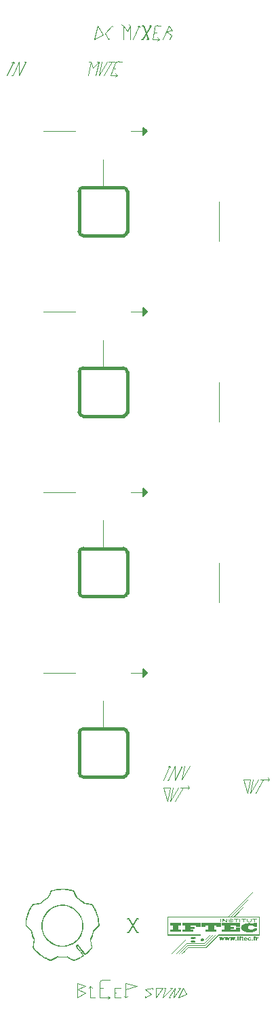
<source format=gto>
G04 #@! TF.GenerationSoftware,KiCad,Pcbnew,7.0.7-7.0.7~ubuntu22.04.1*
G04 #@! TF.CreationDate,2023-10-13T14:43:24+01:00*
G04 #@! TF.ProjectId,Basic-DC-mixer,42617369-632d-4444-932d-6d697865722e,rev?*
G04 #@! TF.SameCoordinates,Original*
G04 #@! TF.FileFunction,Legend,Top*
G04 #@! TF.FilePolarity,Positive*
%FSLAX46Y46*%
G04 Gerber Fmt 4.6, Leading zero omitted, Abs format (unit mm)*
G04 Created by KiCad (PCBNEW 7.0.7-7.0.7~ubuntu22.04.1) date 2023-10-13 14:43:24*
%MOMM*%
%LPD*%
G01*
G04 APERTURE LIST*
%ADD10C,0.120000*%
%ADD11C,0.150000*%
%ADD12C,0.400000*%
%ADD13C,0.100000*%
%ADD14O,6.700000X4.200000*%
G04 APERTURE END LIST*
D10*
X88500000Y-43500000D02*
X88500000Y-47000000D01*
X108100000Y-120800000D02*
X108800000Y-120800000D01*
X106500000Y-122500000D02*
X106000000Y-120800000D01*
X106000000Y-120800000D02*
X106900000Y-120800000D01*
X107200000Y-120800000D02*
X106900000Y-122500000D01*
X106900000Y-122500000D02*
X107900000Y-120800000D01*
X106900000Y-120800000D02*
X106500000Y-122500000D01*
X108500000Y-120800000D02*
X107500000Y-122500000D01*
X77300000Y-31300000D02*
X77100000Y-31400000D01*
X77200000Y-33000000D02*
X78000000Y-31300000D01*
X77200000Y-33000000D02*
X77100000Y-33000000D01*
X78000000Y-31300000D02*
X78000000Y-33000000D01*
X77300000Y-31300000D02*
X77400000Y-31500000D01*
X78000000Y-33000000D02*
X78800000Y-31300000D01*
X76500000Y-33000000D02*
X77300000Y-31300000D01*
X78800000Y-31300000D02*
X78700000Y-31300000D01*
X109200000Y-120800000D02*
X109100000Y-121000000D01*
X98100000Y-146800000D02*
X97900000Y-146800000D01*
X92700000Y-146600000D02*
X91300000Y-147000000D01*
X96900000Y-121800000D02*
X96500000Y-123500000D01*
X81000000Y-107500000D02*
X85000000Y-107500000D01*
X89900000Y-147400000D02*
X90100000Y-147400000D01*
D11*
X91700000Y-139850000D02*
X91500000Y-139850000D01*
D10*
X98300000Y-119200000D02*
X97425000Y-120900000D01*
D12*
X85500000Y-47500000D02*
X85500000Y-52500000D01*
D10*
X96500000Y-123500000D02*
X96000000Y-121800000D01*
X88000000Y-33000000D02*
X89000000Y-31300000D01*
X96700000Y-26800000D02*
X95900000Y-28500000D01*
D12*
X91500000Y-47500000D02*
G75*
G03*
X91000000Y-47000000I-500000J0D01*
G01*
D10*
X87950000Y-31300000D02*
X87250000Y-32050000D01*
X97100000Y-27400000D02*
X96400000Y-27500000D01*
X96000000Y-121800000D02*
X96900000Y-121800000D01*
D12*
X91500000Y-92500000D02*
G75*
G03*
X91000000Y-92000000I-500000J0D01*
G01*
X85500000Y-70000000D02*
X85500000Y-75000000D01*
D11*
X94000000Y-62500000D02*
X93500000Y-63000000D01*
X93500000Y-62000000D01*
X94000000Y-62500000D01*
G36*
X94000000Y-62500000D02*
G01*
X93500000Y-63000000D01*
X93500000Y-62000000D01*
X94000000Y-62500000D01*
G37*
D10*
X91300000Y-146200000D02*
X92700000Y-146600000D01*
D12*
X91500000Y-47500000D02*
X91500000Y-52500000D01*
D10*
X89550000Y-26800000D02*
X88700000Y-27750000D01*
X93000000Y-26800000D02*
X93100000Y-27000000D01*
X89900000Y-148000000D02*
X90700000Y-148000000D01*
X103000000Y-71300000D02*
X103000000Y-76200000D01*
D12*
X86000000Y-114500000D02*
G75*
G03*
X85500000Y-115000000I0J-500000D01*
G01*
D10*
X98800000Y-121800000D02*
X99200000Y-121800000D01*
D12*
X86000000Y-69500000D02*
X91000000Y-69500000D01*
D10*
X88100000Y-146200000D02*
X88100000Y-148000000D01*
X87950000Y-31300000D02*
X87550000Y-33000000D01*
X97100000Y-146800000D02*
X96900000Y-146800000D01*
X88500000Y-88500000D02*
X88500000Y-92000000D01*
D12*
X86000000Y-114500000D02*
X91000000Y-114500000D01*
D10*
X93000000Y-26800000D02*
X92800000Y-26900000D01*
X94000000Y-107500000D02*
X92000000Y-107500000D01*
X87800000Y-26800000D02*
X87400000Y-28500000D01*
X87950000Y-31300000D02*
X87750000Y-31300000D01*
D12*
X85500000Y-52500000D02*
G75*
G03*
X86000000Y-53000000I500000J0D01*
G01*
D10*
X91300000Y-146200000D02*
X91300000Y-148000000D01*
X94700000Y-146800000D02*
X93700000Y-147000000D01*
D12*
X91500000Y-70000000D02*
X91500000Y-75000000D01*
D10*
X89550000Y-26800000D02*
X89650000Y-26900000D01*
X91000000Y-26800000D02*
X91000000Y-28500000D01*
X95100000Y-148000000D02*
X95900000Y-146800000D01*
X89300000Y-148000000D02*
X89100000Y-147800000D01*
X86900000Y-146600000D02*
X86900000Y-148000000D01*
X86900000Y-148000000D02*
X87500000Y-148000000D01*
X89900000Y-146800000D02*
X90700000Y-146800000D01*
X92200000Y-28500000D02*
X93000000Y-26800000D01*
X87250000Y-32050000D02*
X86950000Y-31300000D01*
D12*
X91000000Y-98000000D02*
X86000000Y-98000000D01*
D10*
X86900000Y-146600000D02*
X86700000Y-146800000D01*
X97900000Y-148000000D02*
X98900000Y-147600000D01*
X89750000Y-32200000D02*
X90050000Y-32200000D01*
X94700000Y-146800000D02*
X94700000Y-147000000D01*
X90250000Y-33000000D02*
X90050000Y-32800000D01*
X81000000Y-40000000D02*
X85000000Y-40000000D01*
D12*
X86000000Y-69500000D02*
G75*
G03*
X85500000Y-70000000I0J-500000D01*
G01*
D10*
X96800000Y-119100000D02*
X96600000Y-119200000D01*
X90250000Y-33000000D02*
X90050000Y-33200000D01*
X90450000Y-31300000D02*
X90850000Y-31300000D01*
D12*
X86000000Y-92000000D02*
X91000000Y-92000000D01*
D10*
X91500000Y-27500000D02*
X91000000Y-26800000D01*
X95900000Y-146800000D02*
X95100000Y-146800000D01*
X103000000Y-48800000D02*
X103000000Y-53700000D01*
X98500000Y-121800000D02*
X97500000Y-123500000D01*
D11*
X94000000Y-40000000D02*
X93500000Y-40500000D01*
X93500000Y-39500000D01*
X94000000Y-40000000D01*
G36*
X94000000Y-40000000D02*
G01*
X93500000Y-40500000D01*
X93500000Y-39500000D01*
X94000000Y-40000000D01*
G37*
D10*
X109200000Y-120800000D02*
X109100000Y-120600000D01*
X99200000Y-121800000D02*
X99100000Y-122000000D01*
D12*
X91000000Y-120500000D02*
X86000000Y-120500000D01*
X85500000Y-115000000D02*
X85500000Y-120000000D01*
D10*
X94000000Y-40000000D02*
X92000000Y-40000000D01*
D12*
X91000000Y-98000000D02*
G75*
G03*
X91500000Y-97500000I0J500000D01*
G01*
X86000000Y-92000000D02*
G75*
G03*
X85500000Y-92500000I0J-500000D01*
G01*
D10*
X95100000Y-146800000D02*
X95100000Y-148000000D01*
X99200000Y-121800000D02*
X99100000Y-121600000D01*
D11*
X91700000Y-138150000D02*
X92700000Y-139850000D01*
D10*
X97450000Y-119150000D02*
X97425000Y-120900000D01*
X89300000Y-148000000D02*
X89100000Y-148200000D01*
X88500000Y-145800000D02*
X89300000Y-145800000D01*
D12*
X85500000Y-75000000D02*
G75*
G03*
X86000000Y-75500000I500000J0D01*
G01*
D10*
X97450000Y-119150000D02*
X96600000Y-120900000D01*
D11*
X94500000Y-26800000D02*
X94300000Y-26800000D01*
D10*
X89950000Y-31650000D02*
X89450000Y-33000000D01*
X97300000Y-148000000D02*
X98100000Y-146800000D01*
X88300000Y-31300000D02*
X88000000Y-33000000D01*
D12*
X91000000Y-120500000D02*
G75*
G03*
X91500000Y-120000000I0J500000D01*
G01*
D10*
X86950000Y-31300000D02*
X86650000Y-33000000D01*
D12*
X85500000Y-97500000D02*
G75*
G03*
X86000000Y-98000000I500000J0D01*
G01*
D10*
X96600000Y-120900000D02*
X96500000Y-120900000D01*
D11*
X93600000Y-26800000D02*
X94200000Y-28500000D01*
D10*
X90449999Y-31299983D02*
G75*
G03*
X89950001Y-31650000I17001J-556417D01*
G01*
X81000000Y-85000000D02*
X85000000Y-85000000D01*
X93700000Y-147000000D02*
X94500000Y-147600000D01*
D11*
X94000000Y-85000000D02*
X93500000Y-85500000D01*
X93500000Y-84500000D01*
X94000000Y-85000000D01*
G36*
X94000000Y-85000000D02*
G01*
X93500000Y-85500000D01*
X93500000Y-84500000D01*
X94000000Y-85000000D01*
G37*
D10*
X96300000Y-146800000D02*
X95900000Y-148000000D01*
X94900000Y-27200000D02*
X94700000Y-28500000D01*
X88100000Y-148000000D02*
X89300000Y-148000000D01*
X96000000Y-120900000D02*
X96800000Y-119100000D01*
D12*
X86000000Y-47000000D02*
G75*
G03*
X85500000Y-47500000I0J-500000D01*
G01*
D10*
X85300000Y-146200000D02*
X85300000Y-148000000D01*
D12*
X85500000Y-120000000D02*
G75*
G03*
X86000000Y-120500000I500000J0D01*
G01*
D10*
X98100000Y-121800000D02*
X98800000Y-121800000D01*
X91300000Y-148000000D02*
X91300000Y-147800000D01*
X89200000Y-31300000D02*
X89900000Y-31300000D01*
D12*
X91500000Y-70000000D02*
G75*
G03*
X91000000Y-69500000I-500000J0D01*
G01*
D10*
X96400000Y-27500000D02*
X97000000Y-28000000D01*
X89200000Y-28500000D02*
X89300000Y-28400000D01*
X94900000Y-27700000D02*
X95200000Y-27700000D01*
X96900000Y-123500000D02*
X97900000Y-121800000D01*
D11*
X92900000Y-139850000D02*
X92700000Y-139850000D01*
D10*
X94000000Y-85000000D02*
X92000000Y-85000000D01*
D12*
X85500000Y-92500000D02*
X85500000Y-97500000D01*
D10*
X95300000Y-26800000D02*
G75*
G03*
X94900000Y-27200000I0J-400000D01*
G01*
X88500000Y-66000000D02*
X88500000Y-69500000D01*
X94000000Y-62500000D02*
X92000000Y-62500000D01*
X91900000Y-26800000D02*
X91500000Y-27500000D01*
X85300000Y-148000000D02*
X86300000Y-147400000D01*
X91000000Y-26800000D02*
X90800000Y-26700000D01*
X96300000Y-146800000D02*
X96100000Y-146800000D01*
X81000000Y-62500000D02*
X85000000Y-62500000D01*
D11*
X93600000Y-26800000D02*
X93400000Y-26800000D01*
D10*
X95300000Y-26800000D02*
X95700000Y-26800000D01*
D11*
X94000000Y-107500000D02*
X93500000Y-108000000D01*
X93500000Y-107000000D01*
X94000000Y-107500000D01*
G36*
X94000000Y-107500000D02*
G01*
X93500000Y-108000000D01*
X93500000Y-107000000D01*
X94000000Y-107500000D01*
G37*
D10*
X88500000Y-145800000D02*
G75*
G03*
X88100000Y-146200000I0J-400000D01*
G01*
X108800000Y-120800000D02*
X109200000Y-120800000D01*
X98650000Y-119150000D02*
X98350000Y-120850000D01*
X88100000Y-146800000D02*
X88500000Y-146800000D01*
X98500000Y-146800000D02*
X98900000Y-147600000D01*
X103000000Y-93800000D02*
X103000000Y-98700000D01*
X86300000Y-146600000D02*
X85300000Y-146200000D01*
D12*
X91000000Y-75500000D02*
X86000000Y-75500000D01*
D10*
X95500000Y-28500000D02*
X95300000Y-28700000D01*
D11*
X91700000Y-138150000D02*
X91500000Y-138150000D01*
D10*
X96700000Y-148000000D02*
X96900000Y-148000000D01*
X95900000Y-148000000D02*
X97100000Y-146800000D01*
X86900000Y-146600000D02*
X87100000Y-146800000D01*
X91900000Y-26800000D02*
X91900000Y-28500000D01*
D12*
X86000000Y-47000000D02*
X91000000Y-47000000D01*
X91500000Y-115000000D02*
X91500000Y-120000000D01*
D10*
X86300000Y-147400000D02*
X85300000Y-147000000D01*
X98500000Y-146800000D02*
X97900000Y-148000000D01*
X86950000Y-31300000D02*
X86750000Y-31300000D01*
D11*
X94200000Y-28500000D02*
X94000000Y-28500000D01*
D12*
X91500000Y-115000000D02*
G75*
G03*
X91000000Y-114500000I-500000J0D01*
G01*
X91000000Y-75500000D02*
G75*
G03*
X91500000Y-75000000I0J500000D01*
G01*
D10*
X98350000Y-120850000D02*
X99350000Y-119150000D01*
D11*
X93500000Y-28500000D02*
X94500000Y-26800000D01*
D10*
X88500000Y-27900000D02*
X87800000Y-26800000D01*
X97200000Y-121800000D02*
X96900000Y-123500000D01*
X97500000Y-146800000D02*
X96700000Y-148000000D01*
D12*
X91000000Y-53000000D02*
G75*
G03*
X91500000Y-52500000I0J500000D01*
G01*
D10*
X94500000Y-147600000D02*
X93700000Y-148000000D01*
X89900000Y-146800000D02*
X89900000Y-148000000D01*
X85300000Y-147000000D02*
X86300000Y-146600000D01*
X94700000Y-28500000D02*
X95400000Y-28500000D01*
X88700000Y-27750000D02*
X89200000Y-28500000D01*
X93700000Y-148000000D02*
X93700000Y-147800000D01*
X91100000Y-147800000D02*
X91300000Y-148000000D01*
X97000000Y-28000000D02*
X96800000Y-28500000D01*
X87400000Y-28500000D02*
X88500000Y-27900000D01*
X96700000Y-26800000D02*
X97100000Y-27400000D01*
X98300000Y-119200000D02*
X98200000Y-119200000D01*
X88500000Y-111000000D02*
X88500000Y-114500000D01*
X89450000Y-33000000D02*
X90150000Y-33000000D01*
D12*
X91500000Y-92500000D02*
X91500000Y-97500000D01*
X91000000Y-53000000D02*
X86000000Y-53000000D01*
D10*
X96800000Y-119100000D02*
X96900000Y-119300000D01*
X97500000Y-146800000D02*
X97300000Y-148000000D01*
X95500000Y-28500000D02*
X95300000Y-28300000D01*
X91300000Y-148000000D02*
X91500000Y-147800000D01*
D11*
X93500000Y-28500000D02*
X93300000Y-28500000D01*
D10*
X89600000Y-31300000D02*
X88600000Y-33000000D01*
D11*
X92900000Y-138150000D02*
X92700000Y-138150000D01*
X91700000Y-139850000D02*
X92700000Y-138150000D01*
D10*
X91900000Y-26800000D02*
X91700000Y-26700000D01*
G36*
X103208232Y-138592312D02*
G01*
X103110704Y-138592312D01*
X103110704Y-138208295D01*
X103208232Y-138208295D01*
X103208232Y-138592312D01*
G37*
G36*
X105158796Y-140894384D02*
G01*
X105028758Y-140894384D01*
X105028758Y-140786697D01*
X105158796Y-140786697D01*
X105158796Y-140894384D01*
G37*
G36*
X105392457Y-140447380D02*
G01*
X105272579Y-140447380D01*
X105272579Y-140355947D01*
X105392457Y-140355947D01*
X105392457Y-140447380D01*
G37*
G36*
X105392457Y-140894384D02*
G01*
X105272579Y-140894384D01*
X105272579Y-140496144D01*
X105392457Y-140496144D01*
X105392457Y-140894384D01*
G37*
G36*
X107180474Y-140894384D02*
G01*
X107050436Y-140894384D01*
X107050436Y-140786697D01*
X107180474Y-140786697D01*
X107180474Y-140894384D01*
G37*
G36*
X105404648Y-138250932D02*
G01*
X105280198Y-138251456D01*
X105155748Y-138251979D01*
X105155228Y-138422146D01*
X105154709Y-138592312D01*
X105057204Y-138592312D01*
X105057204Y-138250963D01*
X104807288Y-138250963D01*
X104807288Y-138208295D01*
X105404648Y-138208295D01*
X105404648Y-138250932D01*
G37*
G36*
X106333198Y-138250932D02*
G01*
X106208748Y-138251456D01*
X106084298Y-138251979D01*
X106083778Y-138422146D01*
X106083259Y-138592312D01*
X105985754Y-138592312D01*
X105985754Y-138250963D01*
X105735838Y-138250963D01*
X105735838Y-138208295D01*
X106333198Y-138208295D01*
X106333198Y-138250932D01*
G37*
G36*
X107725006Y-138250963D02*
G01*
X107477122Y-138250963D01*
X107477122Y-138592312D01*
X107379617Y-138592312D01*
X107379098Y-138422146D01*
X107378578Y-138251979D01*
X107253112Y-138251456D01*
X107127646Y-138250932D01*
X107127646Y-138208295D01*
X107725006Y-138208295D01*
X107725006Y-138250963D01*
G37*
G36*
X103871627Y-138517651D02*
G01*
X103872147Y-138362973D01*
X103872668Y-138208295D01*
X103970171Y-138208295D01*
X103970171Y-138592312D01*
X103860135Y-138592312D01*
X103667777Y-138438821D01*
X103475418Y-138285330D01*
X103474898Y-138438821D01*
X103474377Y-138592312D01*
X103376874Y-138592312D01*
X103376874Y-138208295D01*
X103491933Y-138208295D01*
X103871627Y-138517651D01*
G37*
G36*
X98266803Y-139061644D02*
G01*
X98095621Y-139062163D01*
X97924439Y-139062683D01*
X97923922Y-139291772D01*
X97923405Y-139520862D01*
X98266803Y-139520862D01*
X98266803Y-139823606D01*
X96852644Y-139823606D01*
X96852644Y-139520862D01*
X97169611Y-139520862D01*
X97169611Y-139061667D01*
X96852644Y-139061667D01*
X96852644Y-138722350D01*
X98266803Y-138722350D01*
X98266803Y-139061644D01*
G37*
G36*
X100666403Y-139185609D02*
G01*
X100125994Y-139185609D01*
X100125456Y-139124146D01*
X100124919Y-139062683D01*
X99775950Y-139062169D01*
X99426982Y-139061655D01*
X99426982Y-139185609D01*
X99886178Y-139185609D01*
X99886178Y-139419270D01*
X99426982Y-139419270D01*
X99426982Y-139520862D01*
X99760204Y-139520862D01*
X99760204Y-139823606D01*
X98425286Y-139823606D01*
X98425286Y-139520862D01*
X98703666Y-139520862D01*
X98703149Y-139291772D01*
X98702632Y-139062683D01*
X98563959Y-139062160D01*
X98425286Y-139061638D01*
X98425286Y-138722350D01*
X100666403Y-138722350D01*
X100666403Y-139185609D01*
G37*
G36*
X105626118Y-138592312D02*
G01*
X105577693Y-138592312D01*
X105564056Y-138592258D01*
X105551792Y-138592104D01*
X105541478Y-138591868D01*
X105533694Y-138591565D01*
X105529016Y-138591210D01*
X105527913Y-138590958D01*
X105527718Y-138588774D01*
X105527531Y-138582811D01*
X105527355Y-138573351D01*
X105527191Y-138560677D01*
X105527041Y-138545074D01*
X105526908Y-138526825D01*
X105526794Y-138506213D01*
X105526699Y-138483521D01*
X105526628Y-138459034D01*
X105526580Y-138433034D01*
X105526559Y-138405806D01*
X105526558Y-138398949D01*
X105526558Y-138208295D01*
X105626118Y-138208295D01*
X105626118Y-138592312D01*
G37*
G36*
X105622055Y-139185623D02*
G01*
X105068379Y-139184593D01*
X105067841Y-139123130D01*
X105067304Y-139061667D01*
X104374507Y-139061667D01*
X104374507Y-139185609D01*
X104837765Y-139185609D01*
X104837765Y-139419270D01*
X104374507Y-139419270D01*
X104374507Y-139520862D01*
X105067363Y-139520862D01*
X105067363Y-139313614D01*
X105622055Y-139313614D01*
X105622055Y-139823606D01*
X103317951Y-139823606D01*
X103317951Y-139520889D01*
X103462719Y-139520367D01*
X103607488Y-139519846D01*
X103607488Y-139062683D01*
X103462719Y-139062161D01*
X103317951Y-139061640D01*
X103317951Y-138722350D01*
X105622055Y-138722350D01*
X105622055Y-139185623D01*
G37*
G36*
X107844885Y-140593249D02*
G01*
X107815931Y-140592237D01*
X107791436Y-140592464D01*
X107770146Y-140595024D01*
X107751887Y-140599996D01*
X107736483Y-140607457D01*
X107723760Y-140617484D01*
X107713543Y-140630155D01*
X107708043Y-140640097D01*
X107701640Y-140653611D01*
X107701056Y-140773998D01*
X107700472Y-140894384D01*
X107578714Y-140894384D01*
X107578714Y-140496144D01*
X107700624Y-140496144D01*
X107700624Y-140574277D01*
X107708244Y-140561376D01*
X107722332Y-140541284D01*
X107738921Y-140524305D01*
X107757766Y-140510590D01*
X107778622Y-140500287D01*
X107801245Y-140493547D01*
X107824059Y-140490584D01*
X107844885Y-140489465D01*
X107844885Y-140593249D01*
G37*
G36*
X103201637Y-138953471D02*
G01*
X103201120Y-139184593D01*
X102660652Y-139184593D01*
X102659576Y-139061667D01*
X102334542Y-139061667D01*
X102334542Y-139520862D01*
X102659636Y-139520862D01*
X102659636Y-139823606D01*
X101293609Y-139823606D01*
X101294933Y-139794652D01*
X101295177Y-139787256D01*
X101295406Y-139776267D01*
X101295616Y-139762154D01*
X101295805Y-139745387D01*
X101295966Y-139726435D01*
X101296097Y-139705770D01*
X101296193Y-139683860D01*
X101296251Y-139661176D01*
X101296265Y-139643280D01*
X101296273Y-139520862D01*
X101607161Y-139520862D01*
X101606645Y-139291772D01*
X101606128Y-139062683D01*
X101295257Y-139062683D01*
X101294181Y-139185625D01*
X100797457Y-139184593D01*
X100796940Y-138953471D01*
X100796423Y-138722350D01*
X103202154Y-138722350D01*
X103201637Y-138953471D01*
G37*
G36*
X105688817Y-140357885D02*
G01*
X105700010Y-140358039D01*
X105709182Y-140358324D01*
X105715621Y-140358746D01*
X105718428Y-140359223D01*
X105719575Y-140360158D01*
X105720415Y-140362314D01*
X105720994Y-140366236D01*
X105721356Y-140372466D01*
X105721547Y-140381546D01*
X105721613Y-140394020D01*
X105721615Y-140397479D01*
X105721615Y-140434512D01*
X105696725Y-140434342D01*
X105685818Y-140434354D01*
X105678137Y-140434631D01*
X105672848Y-140435273D01*
X105669115Y-140436381D01*
X105666143Y-140438030D01*
X105661455Y-140441900D01*
X105658048Y-140446662D01*
X105655691Y-140453033D01*
X105654158Y-140461728D01*
X105653219Y-140473465D01*
X105652950Y-140479381D01*
X105651984Y-140504271D01*
X105725678Y-140504271D01*
X105725678Y-140571228D01*
X105653548Y-140572338D01*
X105652508Y-140894384D01*
X105532654Y-140894384D01*
X105532654Y-140571322D01*
X105467635Y-140571322D01*
X105467635Y-140504271D01*
X105532654Y-140504271D01*
X105532694Y-140477349D01*
X105533166Y-140456453D01*
X105534605Y-140438981D01*
X105537151Y-140424381D01*
X105540942Y-140412101D01*
X105546116Y-140401586D01*
X105552811Y-140392284D01*
X105554480Y-140390371D01*
X105566517Y-140379126D01*
X105580307Y-140370494D01*
X105596533Y-140364124D01*
X105613876Y-140360020D01*
X105619220Y-140359409D01*
X105627542Y-140358890D01*
X105638126Y-140358470D01*
X105650260Y-140358154D01*
X105663229Y-140357948D01*
X105676319Y-140357856D01*
X105688817Y-140357885D01*
G37*
G36*
X107465664Y-140357946D02*
G01*
X107477540Y-140358116D01*
X107487456Y-140358353D01*
X107494805Y-140358640D01*
X107498982Y-140358962D01*
X107499676Y-140359121D01*
X107500258Y-140361419D01*
X107500763Y-140367118D01*
X107501160Y-140375556D01*
X107501418Y-140386071D01*
X107501504Y-140397400D01*
X107501504Y-140434550D01*
X107477288Y-140434361D01*
X107466708Y-140434354D01*
X107459329Y-140434602D01*
X107454292Y-140435221D01*
X107450736Y-140436326D01*
X107447802Y-140438034D01*
X107447318Y-140438381D01*
X107442196Y-140442888D01*
X107438582Y-140448203D01*
X107436245Y-140455083D01*
X107434954Y-140464282D01*
X107434476Y-140476557D01*
X107434457Y-140480397D01*
X107434454Y-140504271D01*
X107505568Y-140504271D01*
X107505568Y-140571226D01*
X107435470Y-140572338D01*
X107434949Y-140733361D01*
X107434429Y-140894384D01*
X107314600Y-140894384D01*
X107314080Y-140733361D01*
X107313559Y-140572338D01*
X107281558Y-140571778D01*
X107249557Y-140571219D01*
X107249557Y-140504271D01*
X107314137Y-140504271D01*
X107315022Y-140466174D01*
X107315392Y-140452330D01*
X107315825Y-140441803D01*
X107316404Y-140433847D01*
X107317212Y-140427717D01*
X107318332Y-140422665D01*
X107319847Y-140417946D01*
X107320620Y-140415886D01*
X107328167Y-140400067D01*
X107337593Y-140387437D01*
X107349538Y-140377316D01*
X107364623Y-140369033D01*
X107373498Y-140365470D01*
X107382842Y-140362697D01*
X107393280Y-140360634D01*
X107405438Y-140359200D01*
X107419939Y-140358318D01*
X107437408Y-140357907D01*
X107452436Y-140357859D01*
X107465664Y-140357946D01*
G37*
G36*
X105934958Y-140504271D02*
G01*
X106004040Y-140504271D01*
X106004040Y-140571224D01*
X105935974Y-140572338D01*
X105935981Y-140691200D01*
X105935991Y-140716436D01*
X105936026Y-140737930D01*
X105936092Y-140756004D01*
X105936200Y-140770982D01*
X105936357Y-140783184D01*
X105936573Y-140792934D01*
X105936855Y-140800553D01*
X105937213Y-140806363D01*
X105937655Y-140810687D01*
X105938190Y-140813847D01*
X105938827Y-140816165D01*
X105939367Y-140817524D01*
X105942428Y-140823210D01*
X105946111Y-140827263D01*
X105951120Y-140829945D01*
X105958160Y-140831521D01*
X105967937Y-140832254D01*
X105979111Y-140832413D01*
X106004131Y-140832413D01*
X106003578Y-140867889D01*
X106003024Y-140903364D01*
X105990833Y-140906072D01*
X105983718Y-140907171D01*
X105973541Y-140908108D01*
X105961238Y-140908861D01*
X105947745Y-140909404D01*
X105933997Y-140909713D01*
X105920928Y-140909765D01*
X105909475Y-140909533D01*
X105900573Y-140908996D01*
X105896835Y-140908514D01*
X105875726Y-140903268D01*
X105857872Y-140895638D01*
X105843197Y-140885567D01*
X105831628Y-140872998D01*
X105823088Y-140857877D01*
X105820713Y-140851715D01*
X105819809Y-140849019D01*
X105819032Y-140846362D01*
X105818371Y-140843426D01*
X105817814Y-140839893D01*
X105817350Y-140835445D01*
X105816968Y-140829763D01*
X105816657Y-140822528D01*
X105816405Y-140813423D01*
X105816202Y-140802129D01*
X105816035Y-140788328D01*
X105815894Y-140771700D01*
X105815768Y-140751929D01*
X105815645Y-140728694D01*
X105815529Y-140704915D01*
X105814889Y-140571322D01*
X105756156Y-140571322D01*
X105756156Y-140504271D01*
X105815079Y-140504271D01*
X105815079Y-140396584D01*
X105934958Y-140396584D01*
X105934958Y-140504271D01*
G37*
G36*
X99964009Y-140446133D02*
G01*
X99985174Y-140454923D01*
X100003325Y-140466410D01*
X100018421Y-140480554D01*
X100030421Y-140497312D01*
X100039287Y-140516644D01*
X100042679Y-140527832D01*
X100046425Y-140550252D01*
X100046122Y-140572345D01*
X100041773Y-140594067D01*
X100034073Y-140613960D01*
X100023278Y-140631909D01*
X100009404Y-140647211D01*
X99992457Y-140659859D01*
X99972445Y-140669847D01*
X99955871Y-140675465D01*
X99953139Y-140676221D01*
X99950465Y-140676887D01*
X99947583Y-140677469D01*
X99944229Y-140677974D01*
X99940141Y-140678407D01*
X99935053Y-140678776D01*
X99928702Y-140679085D01*
X99920825Y-140679341D01*
X99911158Y-140679551D01*
X99899435Y-140679721D01*
X99885395Y-140679857D01*
X99868773Y-140679964D01*
X99849304Y-140680050D01*
X99826726Y-140680121D01*
X99800774Y-140680182D01*
X99771185Y-140680240D01*
X99751060Y-140680276D01*
X99720981Y-140680310D01*
X99692457Y-140680300D01*
X99665749Y-140680249D01*
X99641115Y-140680159D01*
X99618813Y-140680032D01*
X99599104Y-140679870D01*
X99582245Y-140679675D01*
X99568497Y-140679449D01*
X99558117Y-140679194D01*
X99551365Y-140678912D01*
X99548972Y-140678704D01*
X99525789Y-140673553D01*
X99505014Y-140665328D01*
X99486832Y-140654237D01*
X99471430Y-140640484D01*
X99458992Y-140624275D01*
X99449703Y-140605816D01*
X99443750Y-140585312D01*
X99441316Y-140562969D01*
X99441265Y-140559131D01*
X99443104Y-140536522D01*
X99448525Y-140515728D01*
X99457384Y-140496942D01*
X99469538Y-140480355D01*
X99484844Y-140466160D01*
X99503157Y-140454547D01*
X99524336Y-140445710D01*
X99526542Y-140445006D01*
X99541781Y-140440268D01*
X99946117Y-140440268D01*
X99964009Y-140446133D01*
G37*
G36*
X102178089Y-140205694D02*
G01*
X102217711Y-140205796D01*
X101120519Y-141300638D01*
X100014183Y-141300750D01*
X98907848Y-141300861D01*
X98270867Y-141940803D01*
X98228284Y-141983582D01*
X98186424Y-142025629D01*
X98145380Y-142066853D01*
X98105241Y-142107163D01*
X98066100Y-142146467D01*
X98028047Y-142184673D01*
X97991174Y-142221690D01*
X97955572Y-142257427D01*
X97921332Y-142291793D01*
X97888545Y-142324694D01*
X97857303Y-142356041D01*
X97827697Y-142385742D01*
X97799817Y-142413704D01*
X97773756Y-142439838D01*
X97749604Y-142464050D01*
X97727453Y-142486250D01*
X97707393Y-142506347D01*
X97689517Y-142524248D01*
X97673914Y-142539862D01*
X97660677Y-142553098D01*
X97649897Y-142563865D01*
X97641665Y-142572070D01*
X97636071Y-142577622D01*
X97633208Y-142580430D01*
X97632830Y-142580777D01*
X97631087Y-142579429D01*
X97627054Y-142575716D01*
X97621292Y-142570168D01*
X97614359Y-142563318D01*
X97612658Y-142561614D01*
X97593543Y-142542419D01*
X98078904Y-142055179D01*
X98117968Y-142015964D01*
X98157212Y-141976570D01*
X98196481Y-141937152D01*
X98235619Y-141897866D01*
X98274471Y-141858869D01*
X98312880Y-141820316D01*
X98350691Y-141782366D01*
X98387749Y-141745172D01*
X98423897Y-141708893D01*
X98458980Y-141673683D01*
X98492841Y-141639700D01*
X98525327Y-141607100D01*
X98556280Y-141576038D01*
X98585545Y-141546672D01*
X98612966Y-141519157D01*
X98638387Y-141493650D01*
X98661654Y-141470307D01*
X98682609Y-141449284D01*
X98701098Y-141430738D01*
X98716964Y-141414824D01*
X98724852Y-141406915D01*
X98885438Y-141245892D01*
X101098172Y-141245892D01*
X101618319Y-140725742D01*
X102138466Y-140205591D01*
X102178089Y-140205694D01*
G37*
G36*
X102393635Y-140372806D02*
G01*
X102375454Y-140390918D01*
X102354622Y-140411663D01*
X102331369Y-140434810D01*
X102305929Y-140460130D01*
X102278531Y-140487390D01*
X102249408Y-140516362D01*
X102218793Y-140546814D01*
X102186915Y-140578516D01*
X102154008Y-140611238D01*
X102120304Y-140644749D01*
X102086032Y-140678819D01*
X102051427Y-140713217D01*
X102016718Y-140747713D01*
X101982139Y-140782076D01*
X101947920Y-140816076D01*
X101914294Y-140849483D01*
X101897697Y-140865970D01*
X101864376Y-140899070D01*
X101830302Y-140932923D01*
X101795709Y-140967294D01*
X101760832Y-141001950D01*
X101725907Y-141036657D01*
X101691168Y-141071183D01*
X101656851Y-141105292D01*
X101623190Y-141138752D01*
X101590420Y-141171329D01*
X101558778Y-141202789D01*
X101528497Y-141232898D01*
X101499813Y-141261423D01*
X101472960Y-141288131D01*
X101448175Y-141312786D01*
X101425691Y-141335157D01*
X101405744Y-141355008D01*
X101397237Y-141363477D01*
X101224920Y-141535033D01*
X100121243Y-141533671D01*
X99017567Y-141532309D01*
X98491777Y-142056559D01*
X98453044Y-142095175D01*
X98415043Y-142133052D01*
X98377876Y-142170091D01*
X98341643Y-142206190D01*
X98306447Y-142241250D01*
X98272387Y-142275168D01*
X98239565Y-142307846D01*
X98208083Y-142339183D01*
X98178041Y-142369077D01*
X98149540Y-142397429D01*
X98122681Y-142424138D01*
X98097567Y-142449104D01*
X98074297Y-142472225D01*
X98052972Y-142493402D01*
X98033695Y-142512534D01*
X98016566Y-142529520D01*
X98001686Y-142544259D01*
X97989156Y-142556652D01*
X97979077Y-142566598D01*
X97971551Y-142573996D01*
X97966678Y-142578746D01*
X97964560Y-142580747D01*
X97964475Y-142580809D01*
X97962555Y-142579446D01*
X97958375Y-142575718D01*
X97952515Y-142570164D01*
X97945555Y-142563324D01*
X97944177Y-142561945D01*
X97925391Y-142543080D01*
X98995217Y-141477156D01*
X100098505Y-141478519D01*
X101201792Y-141479882D01*
X101842837Y-140842785D01*
X102483882Y-140205687D01*
X102522656Y-140205639D01*
X102561431Y-140205591D01*
X102393635Y-140372806D01*
G37*
G36*
X99770693Y-140920754D02*
G01*
X99795390Y-140920812D01*
X99819318Y-140920907D01*
X99842106Y-140921041D01*
X99863381Y-140921212D01*
X99882773Y-140921420D01*
X99899910Y-140921667D01*
X99914419Y-140921951D01*
X99925929Y-140922273D01*
X99934069Y-140922633D01*
X99938103Y-140922974D01*
X99960453Y-140927789D01*
X99980976Y-140935632D01*
X99999288Y-140946249D01*
X100015003Y-140959391D01*
X100027737Y-140974804D01*
X100034213Y-140985880D01*
X100041658Y-141005155D01*
X100045736Y-141025881D01*
X100046474Y-141047278D01*
X100043901Y-141068566D01*
X100038046Y-141088966D01*
X100029830Y-141106198D01*
X100020065Y-141119536D01*
X100007232Y-141132045D01*
X99992327Y-141142902D01*
X99976348Y-141151287D01*
X99973960Y-141152264D01*
X99969647Y-141153945D01*
X99965571Y-141155433D01*
X99961468Y-141156740D01*
X99957077Y-141157876D01*
X99952131Y-141158854D01*
X99946370Y-141159685D01*
X99939528Y-141160380D01*
X99931343Y-141160952D01*
X99921550Y-141161411D01*
X99909887Y-141161770D01*
X99896090Y-141162040D01*
X99879896Y-141162232D01*
X99861040Y-141162358D01*
X99839260Y-141162430D01*
X99814292Y-141162459D01*
X99785872Y-141162456D01*
X99753737Y-141162434D01*
X99742511Y-141162425D01*
X99708993Y-141162386D01*
X99679305Y-141162329D01*
X99653213Y-141162248D01*
X99630484Y-141162142D01*
X99610883Y-141162006D01*
X99594178Y-141161837D01*
X99580134Y-141161632D01*
X99568517Y-141161388D01*
X99559094Y-141161100D01*
X99551632Y-141160766D01*
X99545895Y-141160383D01*
X99541652Y-141159946D01*
X99538733Y-141159467D01*
X99516489Y-141152912D01*
X99496740Y-141143322D01*
X99479678Y-141130931D01*
X99465495Y-141115971D01*
X99454384Y-141098672D01*
X99446537Y-141079269D01*
X99442148Y-141057992D01*
X99441235Y-141041875D01*
X99443123Y-141019427D01*
X99448573Y-140998742D01*
X99457387Y-140980036D01*
X99469371Y-140963524D01*
X99484330Y-140949419D01*
X99502066Y-140937935D01*
X99522386Y-140929289D01*
X99545092Y-140923693D01*
X99549671Y-140922991D01*
X99554600Y-140922598D01*
X99563221Y-140922243D01*
X99575161Y-140921925D01*
X99590050Y-140921645D01*
X99607515Y-140921402D01*
X99627185Y-140921197D01*
X99648689Y-140921029D01*
X99671653Y-140920899D01*
X99695708Y-140920806D01*
X99720480Y-140920751D01*
X99745599Y-140920734D01*
X99770693Y-140920754D01*
G37*
G36*
X106538458Y-138349000D02*
G01*
X106538458Y-138377261D01*
X106538460Y-138401759D01*
X106538498Y-138422793D01*
X106538604Y-138440662D01*
X106538810Y-138455666D01*
X106539150Y-138468104D01*
X106539655Y-138478277D01*
X106540360Y-138486484D01*
X106541296Y-138493024D01*
X106542497Y-138498197D01*
X106543994Y-138502303D01*
X106545821Y-138505641D01*
X106548011Y-138508512D01*
X106550596Y-138511214D01*
X106553608Y-138514047D01*
X106556810Y-138517050D01*
X106570082Y-138527431D01*
X106586976Y-138536719D01*
X106607168Y-138544788D01*
X106630333Y-138551508D01*
X106656145Y-138556752D01*
X106658770Y-138557177D01*
X106670131Y-138558529D01*
X106684664Y-138559586D01*
X106701488Y-138560341D01*
X106719721Y-138560790D01*
X106738481Y-138560926D01*
X106756888Y-138560745D01*
X106774060Y-138560240D01*
X106789114Y-138559408D01*
X106801171Y-138558242D01*
X106802552Y-138558054D01*
X106826916Y-138553662D01*
X106849418Y-138547758D01*
X106869702Y-138540516D01*
X106887415Y-138532105D01*
X106902200Y-138522698D01*
X106913702Y-138512467D01*
X106921566Y-138501583D01*
X106922271Y-138500193D01*
X106923089Y-138498422D01*
X106923793Y-138496533D01*
X106924393Y-138494226D01*
X106924897Y-138491203D01*
X106925314Y-138487166D01*
X106925650Y-138481815D01*
X106925916Y-138474852D01*
X106926119Y-138465978D01*
X106926268Y-138454895D01*
X106926372Y-138441304D01*
X106926437Y-138424905D01*
X106926474Y-138405401D01*
X106926490Y-138382493D01*
X106926494Y-138355881D01*
X106926494Y-138208295D01*
X107026159Y-138208295D01*
X107025599Y-138352047D01*
X107025038Y-138495800D01*
X107019593Y-138507418D01*
X107011173Y-138521186D01*
X106999138Y-138534644D01*
X106983934Y-138547392D01*
X106966010Y-138559029D01*
X106955956Y-138564411D01*
X106931858Y-138574814D01*
X106904332Y-138583714D01*
X106873744Y-138591062D01*
X106840463Y-138596807D01*
X106804856Y-138600900D01*
X106767289Y-138603291D01*
X106728130Y-138603928D01*
X106687746Y-138602762D01*
X106679050Y-138602277D01*
X106643581Y-138599213D01*
X106610276Y-138594483D01*
X106579337Y-138588168D01*
X106550966Y-138580349D01*
X106525363Y-138571108D01*
X106502732Y-138560527D01*
X106483275Y-138548686D01*
X106467192Y-138535668D01*
X106454685Y-138521554D01*
X106446938Y-138508587D01*
X106440888Y-138495800D01*
X106440887Y-138352047D01*
X106440885Y-138208295D01*
X106538413Y-138208295D01*
X106538458Y-138349000D01*
G37*
G36*
X107214163Y-134833576D02*
G01*
X107233342Y-134852675D01*
X105704872Y-136381145D01*
X104176403Y-137909615D01*
X104434874Y-137909615D01*
X105516242Y-136829361D01*
X106597610Y-135749108D01*
X106616796Y-135768214D01*
X106635981Y-135787320D01*
X105574835Y-136848467D01*
X104513689Y-137909615D01*
X104794400Y-137909615D01*
X106027406Y-136684517D01*
X106046201Y-136703221D01*
X106053206Y-136710293D01*
X106059026Y-136716356D01*
X106063121Y-136720835D01*
X106064949Y-136723153D01*
X106064995Y-136723296D01*
X106063570Y-136724808D01*
X106059356Y-136729089D01*
X106052449Y-136736045D01*
X106042944Y-136745581D01*
X106030935Y-136757602D01*
X106016518Y-136772015D01*
X105999788Y-136788723D01*
X105980839Y-136807634D01*
X105959767Y-136828651D01*
X105936666Y-136851682D01*
X105911632Y-136876630D01*
X105884759Y-136903402D01*
X105856142Y-136931903D01*
X105825876Y-136962038D01*
X105794056Y-136993712D01*
X105760778Y-137026832D01*
X105726136Y-137061303D01*
X105690224Y-137097029D01*
X105653139Y-137133917D01*
X105614974Y-137171872D01*
X105575825Y-137210799D01*
X105535787Y-137250604D01*
X105494954Y-137291192D01*
X105469357Y-137316633D01*
X104873719Y-137908599D01*
X106476133Y-137909108D01*
X108078546Y-137909617D01*
X108078546Y-140260451D01*
X102910086Y-140260451D01*
X102137507Y-141035597D01*
X101364927Y-141810743D01*
X99152227Y-141810743D01*
X98770281Y-142191204D01*
X98737308Y-142224046D01*
X98705084Y-142256136D01*
X98673727Y-142287356D01*
X98643357Y-142317587D01*
X98614092Y-142346713D01*
X98586052Y-142374614D01*
X98559354Y-142401173D01*
X98534118Y-142426271D01*
X98510463Y-142449790D01*
X98488507Y-142471613D01*
X98468369Y-142491621D01*
X98450168Y-142509695D01*
X98434024Y-142525719D01*
X98420054Y-142539574D01*
X98408378Y-142551141D01*
X98399114Y-142560302D01*
X98392381Y-142566940D01*
X98388299Y-142570937D01*
X98386985Y-142572179D01*
X98385249Y-142570937D01*
X98381045Y-142567174D01*
X98374760Y-142561262D01*
X98366783Y-142553568D01*
X98357502Y-142544465D01*
X98347562Y-142534579D01*
X98309489Y-142496466D01*
X98707215Y-142098745D01*
X99104940Y-141701023D01*
X100212289Y-141700974D01*
X101319639Y-141700924D01*
X102863835Y-140150896D01*
X107968827Y-140150732D01*
X107968827Y-138019334D01*
X96631174Y-138019334D01*
X96631174Y-140150732D01*
X100644053Y-140150732D01*
X100644053Y-140260451D01*
X96521455Y-140260451D01*
X96521455Y-137909615D01*
X104097161Y-137909539D01*
X107194985Y-134814477D01*
X107214163Y-134833576D01*
G37*
G36*
X101252593Y-140831397D02*
G01*
X101069115Y-140831397D01*
X101065658Y-140847144D01*
X101057874Y-140873415D01*
X101046481Y-140898462D01*
X101031824Y-140921809D01*
X101014248Y-140942982D01*
X100994094Y-140961506D01*
X100971899Y-140976792D01*
X100949924Y-140988359D01*
X100928650Y-140996635D01*
X100906923Y-141001934D01*
X100883590Y-141004572D01*
X100868571Y-141005007D01*
X100845818Y-141004192D01*
X100825436Y-141001387D01*
X100806095Y-140996278D01*
X100786463Y-140988547D01*
X100774072Y-140982560D01*
X100749916Y-140968006D01*
X100728503Y-140950479D01*
X100709887Y-140930051D01*
X100694119Y-140906793D01*
X100681253Y-140880777D01*
X100671341Y-140852075D01*
X100667563Y-140836985D01*
X100666326Y-140831397D01*
X99751530Y-140831461D01*
X98836734Y-140831526D01*
X97955164Y-141708199D01*
X97904881Y-141758201D01*
X97855312Y-141807488D01*
X97806536Y-141855983D01*
X97758630Y-141903609D01*
X97711673Y-141950287D01*
X97665742Y-141995941D01*
X97620917Y-142040493D01*
X97577274Y-142083865D01*
X97534892Y-142125979D01*
X97493850Y-142166758D01*
X97454225Y-142206125D01*
X97416095Y-142244002D01*
X97379538Y-142280312D01*
X97344634Y-142314976D01*
X97311459Y-142347917D01*
X97280091Y-142379058D01*
X97250610Y-142408322D01*
X97223093Y-142435629D01*
X97197618Y-142460904D01*
X97174263Y-142484069D01*
X97153106Y-142505045D01*
X97134226Y-142523755D01*
X97117701Y-142540123D01*
X97103608Y-142554069D01*
X97092026Y-142565517D01*
X97083033Y-142574389D01*
X97076708Y-142580608D01*
X97073127Y-142584096D01*
X97072290Y-142584873D01*
X97070450Y-142583512D01*
X97066338Y-142579787D01*
X97060528Y-142574239D01*
X97053593Y-142567403D01*
X97052186Y-142565994D01*
X97033385Y-142547114D01*
X97923799Y-141661826D01*
X98814212Y-140776537D01*
X100665687Y-140776537D01*
X100671076Y-140754760D01*
X100679780Y-140727743D01*
X100691968Y-140702482D01*
X100707379Y-140679301D01*
X100725754Y-140658526D01*
X100746832Y-140640483D01*
X100770353Y-140625498D01*
X100777186Y-140621970D01*
X100803723Y-140611078D01*
X100830889Y-140604030D01*
X100858328Y-140600768D01*
X100885683Y-140601235D01*
X100912598Y-140605373D01*
X100938718Y-140613126D01*
X100963686Y-140624436D01*
X100987146Y-140639245D01*
X101008741Y-140657496D01*
X101010892Y-140659615D01*
X101028527Y-140679895D01*
X101043537Y-140702602D01*
X101055472Y-140726927D01*
X101063881Y-140752060D01*
X101065012Y-140756727D01*
X101069524Y-140776537D01*
X101227803Y-140776537D01*
X101800047Y-140205591D01*
X101878389Y-140205591D01*
X101252593Y-140831397D01*
G37*
G36*
X106776986Y-140490691D02*
G01*
X106808661Y-140493471D01*
X106837635Y-140499131D01*
X106863850Y-140507625D01*
X106887244Y-140518905D01*
X106907760Y-140532925D01*
X106925335Y-140549640D01*
X106939911Y-140569001D01*
X106951428Y-140590963D01*
X106959825Y-140615480D01*
X106964090Y-140635833D01*
X106965456Y-140644468D01*
X106849928Y-140644468D01*
X106847385Y-140635833D01*
X106840653Y-140618166D01*
X106831724Y-140602975D01*
X106820932Y-140590702D01*
X106808607Y-140581787D01*
X106805391Y-140580165D01*
X106792917Y-140575926D01*
X106777947Y-140573317D01*
X106761776Y-140572494D01*
X106748224Y-140573293D01*
X106729948Y-140576696D01*
X106714370Y-140582574D01*
X106701228Y-140591178D01*
X106690261Y-140602759D01*
X106681207Y-140617566D01*
X106673805Y-140635849D01*
X106670222Y-140647930D01*
X106667650Y-140660766D01*
X106665829Y-140676322D01*
X106664798Y-140693315D01*
X106664598Y-140710465D01*
X106665271Y-140726490D01*
X106666857Y-140740108D01*
X106667228Y-140742127D01*
X106673057Y-140763384D01*
X106681594Y-140781951D01*
X106692672Y-140797655D01*
X106706125Y-140810319D01*
X106721789Y-140819771D01*
X106739496Y-140825834D01*
X106748201Y-140827427D01*
X106768773Y-140828568D01*
X106787430Y-140826164D01*
X106804050Y-140820292D01*
X106818508Y-140811028D01*
X106830684Y-140798451D01*
X106840453Y-140782639D01*
X106847344Y-140764854D01*
X106849928Y-140756219D01*
X106965456Y-140756219D01*
X106964046Y-140764854D01*
X106962767Y-140770796D01*
X106960588Y-140779097D01*
X106957909Y-140788267D01*
X106956951Y-140791330D01*
X106947522Y-140814448D01*
X106934742Y-140835413D01*
X106918782Y-140854096D01*
X106899813Y-140870369D01*
X106878007Y-140884105D01*
X106853534Y-140895176D01*
X106826566Y-140903455D01*
X106799865Y-140908473D01*
X106786561Y-140909716D01*
X106770667Y-140910312D01*
X106753604Y-140910279D01*
X106736792Y-140909633D01*
X106721651Y-140908391D01*
X106714509Y-140907454D01*
X106684456Y-140901095D01*
X106657131Y-140891822D01*
X106632593Y-140879687D01*
X106610907Y-140864743D01*
X106592133Y-140847043D01*
X106576333Y-140826638D01*
X106563570Y-140803582D01*
X106553906Y-140777926D01*
X106551475Y-140769166D01*
X106547280Y-140747612D01*
X106544869Y-140723684D01*
X106544240Y-140698658D01*
X106545394Y-140673811D01*
X106548330Y-140650421D01*
X106551514Y-140635325D01*
X106560324Y-140608190D01*
X106572163Y-140583719D01*
X106586947Y-140561967D01*
X106604592Y-140542989D01*
X106625011Y-140526837D01*
X106648121Y-140513568D01*
X106673836Y-140503236D01*
X106702071Y-140495894D01*
X106732742Y-140491599D01*
X106765762Y-140490403D01*
X106776986Y-140490691D01*
G37*
G36*
X106297631Y-140491697D02*
G01*
X106327623Y-140496574D01*
X106355620Y-140504573D01*
X106381426Y-140515588D01*
X106404846Y-140529515D01*
X106425685Y-140546247D01*
X106443748Y-140565679D01*
X106458839Y-140587705D01*
X106463945Y-140597111D01*
X106470087Y-140611728D01*
X106475470Y-140629394D01*
X106479899Y-140649134D01*
X106483182Y-140669972D01*
X106485124Y-140690934D01*
X106485586Y-140706192D01*
X106485586Y-140727773D01*
X106171500Y-140727773D01*
X106173036Y-140745296D01*
X106175794Y-140764978D01*
X106180498Y-140781423D01*
X106187440Y-140795104D01*
X106196912Y-140806495D01*
X106209205Y-140816070D01*
X106220431Y-140822334D01*
X106237361Y-140828767D01*
X106255349Y-140832269D01*
X106273783Y-140832977D01*
X106292053Y-140831031D01*
X106309547Y-140826568D01*
X106325653Y-140819728D01*
X106339761Y-140810648D01*
X106351259Y-140799468D01*
X106356869Y-140791438D01*
X106362030Y-140782633D01*
X106420760Y-140782633D01*
X106436978Y-140782695D01*
X106451164Y-140782874D01*
X106462914Y-140783155D01*
X106471822Y-140783527D01*
X106477483Y-140783976D01*
X106479490Y-140784490D01*
X106479490Y-140784496D01*
X106478462Y-140788602D01*
X106475683Y-140795197D01*
X106471609Y-140803356D01*
X106466696Y-140812155D01*
X106462287Y-140819317D01*
X106446825Y-140839511D01*
X106428054Y-140857517D01*
X106406165Y-140873217D01*
X106381346Y-140886491D01*
X106353788Y-140897221D01*
X106326086Y-140904764D01*
X106314293Y-140906765D01*
X106299645Y-140908310D01*
X106283250Y-140909368D01*
X106266218Y-140909906D01*
X106249657Y-140909894D01*
X106234677Y-140909298D01*
X106222387Y-140908089D01*
X106220431Y-140907784D01*
X106190426Y-140901057D01*
X106163219Y-140891447D01*
X106138849Y-140878983D01*
X106117353Y-140863697D01*
X106098771Y-140845618D01*
X106083140Y-140824777D01*
X106070497Y-140801203D01*
X106063711Y-140783873D01*
X106056579Y-140757495D01*
X106052521Y-140729886D01*
X106051458Y-140701665D01*
X106053315Y-140673451D01*
X106055829Y-140658691D01*
X106173207Y-140658691D01*
X106360135Y-140658691D01*
X106358812Y-140648718D01*
X106355333Y-140632838D01*
X106349424Y-140617371D01*
X106341625Y-140603418D01*
X106332476Y-140592082D01*
X106329899Y-140589661D01*
X106316428Y-140580325D01*
X106300415Y-140573385D01*
X106282787Y-140569118D01*
X106264468Y-140567799D01*
X106257749Y-140568109D01*
X106238263Y-140571195D01*
X106221455Y-140577192D01*
X106207226Y-140586199D01*
X106195475Y-140598313D01*
X106186102Y-140613633D01*
X106179008Y-140632257D01*
X106174954Y-140649342D01*
X106173207Y-140658691D01*
X106055829Y-140658691D01*
X106058013Y-140645864D01*
X106065477Y-140619523D01*
X106075629Y-140595048D01*
X106088393Y-140573059D01*
X106090220Y-140570443D01*
X106098776Y-140559778D01*
X106109456Y-140548450D01*
X106121136Y-140537517D01*
X106132697Y-140528037D01*
X106141629Y-140521892D01*
X106165213Y-140509781D01*
X106191334Y-140500423D01*
X106219410Y-140493969D01*
X106248860Y-140490565D01*
X106265840Y-140490048D01*
X106297631Y-140491697D01*
G37*
G36*
X103633872Y-140535228D02*
G01*
X103631179Y-140543367D01*
X103627333Y-140554981D01*
X103622462Y-140569684D01*
X103616693Y-140587093D01*
X103610154Y-140606824D01*
X103602970Y-140628494D01*
X103595271Y-140651720D01*
X103587182Y-140676116D01*
X103578830Y-140701301D01*
X103570344Y-140726890D01*
X103567861Y-140734377D01*
X103514791Y-140894384D01*
X103390051Y-140894384D01*
X103355745Y-140756727D01*
X103350004Y-140733730D01*
X103344522Y-140711858D01*
X103339383Y-140691435D01*
X103334669Y-140672785D01*
X103330464Y-140656235D01*
X103326849Y-140642107D01*
X103323908Y-140630728D01*
X103321722Y-140622421D01*
X103320376Y-140617510D01*
X103319980Y-140616275D01*
X103318618Y-140615470D01*
X103317274Y-140618566D01*
X103317079Y-140619323D01*
X103316324Y-140622241D01*
X103314617Y-140628750D01*
X103312047Y-140638512D01*
X103308703Y-140651189D01*
X103304674Y-140666444D01*
X103300050Y-140683939D01*
X103294920Y-140703337D01*
X103289372Y-140724301D01*
X103283497Y-140746492D01*
X103280222Y-140758856D01*
X103274251Y-140781407D01*
X103268597Y-140802789D01*
X103263343Y-140822681D01*
X103258575Y-140840761D01*
X103254377Y-140856707D01*
X103250833Y-140870199D01*
X103248029Y-140880913D01*
X103246049Y-140888529D01*
X103244977Y-140892726D01*
X103244805Y-140893466D01*
X103242855Y-140893694D01*
X103237334Y-140893901D01*
X103228734Y-140894081D01*
X103217547Y-140894225D01*
X103204266Y-140894327D01*
X103189382Y-140894379D01*
X103182770Y-140894384D01*
X103164304Y-140894346D01*
X103149561Y-140894223D01*
X103138201Y-140894001D01*
X103129884Y-140893667D01*
X103124270Y-140893207D01*
X103121018Y-140892607D01*
X103119790Y-140891853D01*
X103119787Y-140891844D01*
X103119021Y-140889573D01*
X103117078Y-140883726D01*
X103114051Y-140874586D01*
X103110033Y-140862438D01*
X103105119Y-140847566D01*
X103099402Y-140830252D01*
X103092976Y-140810782D01*
X103085934Y-140789438D01*
X103078370Y-140766504D01*
X103070378Y-140742264D01*
X103063927Y-140722694D01*
X103055408Y-140696848D01*
X103047058Y-140671522D01*
X103038993Y-140647064D01*
X103031327Y-140623822D01*
X103024176Y-140602145D01*
X103017654Y-140582382D01*
X103011877Y-140564883D01*
X103006959Y-140549995D01*
X103003017Y-140538067D01*
X103000165Y-140529449D01*
X102999058Y-140526113D01*
X102989100Y-140496144D01*
X103051426Y-140496169D01*
X103113751Y-140496194D01*
X103150078Y-140632810D01*
X103156167Y-140655668D01*
X103161974Y-140677403D01*
X103167414Y-140697691D01*
X103172398Y-140716207D01*
X103176839Y-140732629D01*
X103180649Y-140746634D01*
X103183741Y-140757897D01*
X103186027Y-140766095D01*
X103187418Y-140770905D01*
X103187807Y-140772070D01*
X103188524Y-140770596D01*
X103190148Y-140765487D01*
X103192596Y-140757048D01*
X103195786Y-140745585D01*
X103199635Y-140731405D01*
X103204062Y-140714813D01*
X103208983Y-140696115D01*
X103214316Y-140675617D01*
X103219979Y-140653625D01*
X103224623Y-140635429D01*
X103260038Y-140496144D01*
X103380301Y-140496144D01*
X103414415Y-140631769D01*
X103420169Y-140654620D01*
X103425659Y-140676372D01*
X103430799Y-140696695D01*
X103435507Y-140715258D01*
X103439698Y-140731731D01*
X103443287Y-140745784D01*
X103446192Y-140757087D01*
X103448327Y-140765310D01*
X103449609Y-140770122D01*
X103449935Y-140771240D01*
X103450229Y-140771940D01*
X103450562Y-140772257D01*
X103450997Y-140771952D01*
X103451601Y-140770787D01*
X103452437Y-140768521D01*
X103453571Y-140764916D01*
X103455067Y-140759732D01*
X103456989Y-140752730D01*
X103459403Y-140743672D01*
X103462374Y-140732317D01*
X103465965Y-140718426D01*
X103470243Y-140701761D01*
X103475270Y-140682081D01*
X103481113Y-140659149D01*
X103487836Y-140632724D01*
X103494408Y-140606879D01*
X103522302Y-140497160D01*
X103646814Y-140496086D01*
X103633872Y-140535228D01*
G37*
G36*
X104729878Y-140503733D02*
G01*
X104730707Y-140506984D01*
X104732436Y-140513828D01*
X104734978Y-140523918D01*
X104738243Y-140536904D01*
X104742146Y-140552440D01*
X104746598Y-140570175D01*
X104751513Y-140589763D01*
X104756802Y-140610854D01*
X104762378Y-140633101D01*
X104764872Y-140643053D01*
X104770491Y-140665359D01*
X104775850Y-140686400D01*
X104780865Y-140705859D01*
X104785451Y-140723423D01*
X104789526Y-140738777D01*
X104793005Y-140751605D01*
X104795804Y-140761595D01*
X104797839Y-140768430D01*
X104799027Y-140771796D01*
X104799280Y-140772074D01*
X104800014Y-140769689D01*
X104801653Y-140763702D01*
X104804109Y-140754454D01*
X104807294Y-140742282D01*
X104811120Y-140727527D01*
X104815499Y-140710526D01*
X104820343Y-140691621D01*
X104825566Y-140671149D01*
X104831077Y-140649451D01*
X104832597Y-140643452D01*
X104838236Y-140621205D01*
X104843651Y-140599878D01*
X104848749Y-140579840D01*
X104853435Y-140561459D01*
X104857615Y-140545102D01*
X104861196Y-140531137D01*
X104864083Y-140519934D01*
X104866182Y-140511859D01*
X104867398Y-140507281D01*
X104867530Y-140506811D01*
X104870563Y-140496144D01*
X104932390Y-140496144D01*
X104947771Y-140496160D01*
X104961754Y-140496205D01*
X104973846Y-140496276D01*
X104983555Y-140496368D01*
X104990388Y-140496477D01*
X104993851Y-140496599D01*
X104994183Y-140496652D01*
X104993552Y-140498608D01*
X104991723Y-140504166D01*
X104988781Y-140513068D01*
X104984812Y-140525060D01*
X104979899Y-140539886D01*
X104974128Y-140557290D01*
X104967584Y-140577017D01*
X104960350Y-140598812D01*
X104952513Y-140622419D01*
X104944156Y-140647582D01*
X104935364Y-140674046D01*
X104928313Y-140695264D01*
X104862477Y-140893368D01*
X104737437Y-140893368D01*
X104702772Y-140754845D01*
X104697003Y-140731836D01*
X104691507Y-140709993D01*
X104686363Y-140689636D01*
X104681654Y-140671082D01*
X104677461Y-140654649D01*
X104673865Y-140640655D01*
X104670948Y-140629418D01*
X104668791Y-140621256D01*
X104667474Y-140616487D01*
X104667091Y-140615330D01*
X104666413Y-140617070D01*
X104664793Y-140622420D01*
X104662317Y-140631061D01*
X104659074Y-140642674D01*
X104655151Y-140656939D01*
X104650636Y-140673535D01*
X104645616Y-140692143D01*
X104640180Y-140712443D01*
X104634415Y-140734116D01*
X104631610Y-140744710D01*
X104625643Y-140767271D01*
X104619919Y-140788884D01*
X104614535Y-140809194D01*
X104609585Y-140827846D01*
X104605162Y-140844484D01*
X104601362Y-140858752D01*
X104598278Y-140870296D01*
X104596007Y-140878759D01*
X104594641Y-140883786D01*
X104594376Y-140884733D01*
X104591607Y-140894384D01*
X104468309Y-140894384D01*
X104442889Y-140817682D01*
X104428672Y-140774779D01*
X104415692Y-140735592D01*
X104403902Y-140699981D01*
X104393256Y-140667806D01*
X104383708Y-140638926D01*
X104375212Y-140613202D01*
X104367722Y-140590494D01*
X104361192Y-140570660D01*
X104355575Y-140553562D01*
X104350827Y-140539060D01*
X104346900Y-140527012D01*
X104343749Y-140517279D01*
X104341328Y-140509721D01*
X104339591Y-140504198D01*
X104338490Y-140500569D01*
X104337982Y-140498695D01*
X104337933Y-140498395D01*
X104339373Y-140497693D01*
X104343825Y-140497131D01*
X104351494Y-140496703D01*
X104362581Y-140496401D01*
X104377289Y-140496217D01*
X104395820Y-140496146D01*
X104399574Y-140496144D01*
X104461215Y-140496144D01*
X104497359Y-140631769D01*
X104503447Y-140654587D01*
X104509257Y-140676315D01*
X104514701Y-140696626D01*
X104519689Y-140715189D01*
X104524134Y-140731675D01*
X104527945Y-140745755D01*
X104531035Y-140757101D01*
X104533314Y-140765383D01*
X104534694Y-140770272D01*
X104535060Y-140771458D01*
X104536239Y-140773808D01*
X104537186Y-140772851D01*
X104538168Y-140769426D01*
X104538924Y-140766455D01*
X104540595Y-140759887D01*
X104543093Y-140750061D01*
X104546334Y-140737318D01*
X104550229Y-140722000D01*
X104554693Y-140704446D01*
X104559639Y-140684997D01*
X104564980Y-140663993D01*
X104570629Y-140641776D01*
X104573561Y-140630245D01*
X104607402Y-140497160D01*
X104667638Y-140496622D01*
X104727873Y-140496084D01*
X104729878Y-140503733D01*
G37*
G36*
X103994095Y-140496622D02*
G01*
X104054420Y-140497160D01*
X104089353Y-140635325D01*
X104095161Y-140658295D01*
X104100676Y-140680099D01*
X104105817Y-140700420D01*
X104110503Y-140718938D01*
X104114655Y-140735337D01*
X104118191Y-140749298D01*
X104121031Y-140760502D01*
X104123094Y-140768633D01*
X104124301Y-140773372D01*
X104124593Y-140774506D01*
X104125050Y-140773359D01*
X104126248Y-140769230D01*
X104128212Y-140762021D01*
X104130966Y-140751635D01*
X104134537Y-140737975D01*
X104138950Y-140720945D01*
X104144229Y-140700446D01*
X104150399Y-140676384D01*
X104157486Y-140648659D01*
X104165516Y-140617177D01*
X104173440Y-140586053D01*
X104196315Y-140496144D01*
X104257981Y-140496144D01*
X104273343Y-140496183D01*
X104287308Y-140496292D01*
X104299383Y-140496462D01*
X104309073Y-140496684D01*
X104315885Y-140496947D01*
X104319326Y-140497242D01*
X104319647Y-140497367D01*
X104319022Y-140499424D01*
X104317204Y-140505083D01*
X104314278Y-140514084D01*
X104310327Y-140526172D01*
X104305437Y-140541090D01*
X104299692Y-140558580D01*
X104293176Y-140578385D01*
X104285974Y-140600249D01*
X104278170Y-140623914D01*
X104269849Y-140649123D01*
X104261095Y-140675620D01*
X104254196Y-140696487D01*
X104188744Y-140894384D01*
X104126407Y-140894384D01*
X104107895Y-140894346D01*
X104093107Y-140894224D01*
X104081703Y-140894004D01*
X104073343Y-140893672D01*
X104067690Y-140893215D01*
X104064402Y-140892619D01*
X104063141Y-140891870D01*
X104063131Y-140891844D01*
X104062498Y-140889493D01*
X104060973Y-140883520D01*
X104058638Y-140874249D01*
X104055572Y-140862003D01*
X104051856Y-140847107D01*
X104047571Y-140829883D01*
X104042798Y-140810657D01*
X104037616Y-140789750D01*
X104032108Y-140767488D01*
X104028134Y-140751405D01*
X104022459Y-140728538D01*
X104017042Y-140706918D01*
X104011963Y-140686856D01*
X104007302Y-140668660D01*
X104003141Y-140652640D01*
X103999561Y-140639104D01*
X103996642Y-140628364D01*
X103994464Y-140620727D01*
X103993110Y-140616503D01*
X103992688Y-140615752D01*
X103991951Y-140618045D01*
X103990268Y-140623947D01*
X103987725Y-140633139D01*
X103984409Y-140645300D01*
X103980407Y-140660108D01*
X103975804Y-140677244D01*
X103970688Y-140696386D01*
X103965144Y-140717214D01*
X103959260Y-140739408D01*
X103954829Y-140756172D01*
X103918359Y-140894345D01*
X103856334Y-140894365D01*
X103794309Y-140894384D01*
X103729529Y-140697804D01*
X103720549Y-140670553D01*
X103711919Y-140644373D01*
X103703727Y-140619524D01*
X103696058Y-140596266D01*
X103688999Y-140574860D01*
X103682634Y-140555566D01*
X103677051Y-140538645D01*
X103672334Y-140524357D01*
X103668571Y-140512962D01*
X103665846Y-140504721D01*
X103664245Y-140499895D01*
X103663839Y-140498684D01*
X103664386Y-140497939D01*
X103666847Y-140497346D01*
X103671566Y-140496889D01*
X103678885Y-140496555D01*
X103689147Y-140496330D01*
X103702697Y-140496198D01*
X103719876Y-140496146D01*
X103725039Y-140496144D01*
X103787149Y-140496144D01*
X103789522Y-140504779D01*
X103790447Y-140508195D01*
X103792329Y-140515187D01*
X103795074Y-140525402D01*
X103798587Y-140538492D01*
X103802776Y-140554106D01*
X103807545Y-140571893D01*
X103812801Y-140591503D01*
X103818449Y-140612585D01*
X103824397Y-140634789D01*
X103826989Y-140644468D01*
X103832960Y-140666663D01*
X103838646Y-140687586D01*
X103843957Y-140706925D01*
X103848805Y-140724369D01*
X103853101Y-140739605D01*
X103856757Y-140752322D01*
X103859686Y-140762206D01*
X103861797Y-140768947D01*
X103863004Y-140772232D01*
X103863243Y-140772474D01*
X103863931Y-140770024D01*
X103865529Y-140763970D01*
X103867950Y-140754649D01*
X103871109Y-140742397D01*
X103874919Y-140727551D01*
X103879294Y-140710445D01*
X103884148Y-140691417D01*
X103889394Y-140670803D01*
X103894947Y-140648939D01*
X103897111Y-140640404D01*
X103902791Y-140618000D01*
X103908218Y-140596598D01*
X103913302Y-140576550D01*
X103917955Y-140558209D01*
X103922087Y-140541926D01*
X103925608Y-140528054D01*
X103928430Y-140516945D01*
X103930462Y-140508951D01*
X103931617Y-140504423D01*
X103931794Y-140503733D01*
X103933771Y-140496084D01*
X103994095Y-140496622D01*
G37*
G36*
X104453903Y-138202562D02*
G01*
X104488636Y-138204324D01*
X104519502Y-138206881D01*
X104546950Y-138210173D01*
X104571582Y-138214339D01*
X104593998Y-138219519D01*
X104614799Y-138225850D01*
X104634588Y-138233472D01*
X104653884Y-138242483D01*
X104669480Y-138251731D01*
X104683248Y-138262565D01*
X104694773Y-138274482D01*
X104703644Y-138286977D01*
X104709446Y-138299548D01*
X104711767Y-138311691D01*
X104711792Y-138313011D01*
X104711792Y-138320046D01*
X104616295Y-138320046D01*
X104616295Y-138313576D01*
X104614703Y-138304964D01*
X104610445Y-138295670D01*
X104604299Y-138287172D01*
X104600366Y-138283346D01*
X104588911Y-138275485D01*
X104574021Y-138267986D01*
X104556325Y-138261080D01*
X104536449Y-138254995D01*
X104515020Y-138249963D01*
X104503528Y-138247848D01*
X104489882Y-138246075D01*
X104473245Y-138244711D01*
X104454672Y-138243783D01*
X104435216Y-138243319D01*
X104415933Y-138243349D01*
X104397878Y-138243899D01*
X104385397Y-138244702D01*
X104358807Y-138247757D01*
X104334772Y-138252213D01*
X104313500Y-138257977D01*
X104295196Y-138264956D01*
X104280064Y-138273059D01*
X104268311Y-138282192D01*
X104260142Y-138292263D01*
X104255786Y-138303073D01*
X104255826Y-138310393D01*
X104258271Y-138318806D01*
X104262561Y-138326627D01*
X104264357Y-138328870D01*
X104271099Y-138334938D01*
X104280121Y-138340461D01*
X104291671Y-138345506D01*
X104305993Y-138350140D01*
X104323336Y-138354431D01*
X104343946Y-138358447D01*
X104368069Y-138362255D01*
X104395952Y-138365922D01*
X104402899Y-138366749D01*
X104416924Y-138368445D01*
X104433790Y-138370583D01*
X104453678Y-138373186D01*
X104476772Y-138376279D01*
X104503254Y-138379888D01*
X104533306Y-138384035D01*
X104567110Y-138388747D01*
X104584048Y-138391122D01*
X104604826Y-138394337D01*
X104622507Y-138397805D01*
X104638058Y-138401804D01*
X104652444Y-138406613D01*
X104666633Y-138412508D01*
X104678738Y-138418316D01*
X104697562Y-138429152D01*
X104712731Y-138440820D01*
X104724160Y-138453213D01*
X104731767Y-138466228D01*
X104735467Y-138479759D01*
X104735679Y-138489586D01*
X104732486Y-138504358D01*
X104725440Y-138518462D01*
X104714709Y-138531812D01*
X104700462Y-138544319D01*
X104682869Y-138555898D01*
X104662097Y-138566459D01*
X104638316Y-138575916D01*
X104611695Y-138584180D01*
X104582401Y-138591166D01*
X104550605Y-138596785D01*
X104521815Y-138600412D01*
X104512423Y-138601171D01*
X104499855Y-138601865D01*
X104485001Y-138602475D01*
X104468747Y-138602980D01*
X104451983Y-138603357D01*
X104435597Y-138603587D01*
X104420477Y-138603649D01*
X104407510Y-138603520D01*
X104399905Y-138603294D01*
X104363806Y-138601181D01*
X104331257Y-138598028D01*
X104301857Y-138593744D01*
X104275204Y-138588240D01*
X104250896Y-138581425D01*
X104228534Y-138573210D01*
X104207715Y-138563504D01*
X104197310Y-138557805D01*
X104178973Y-138546091D01*
X104164435Y-138534157D01*
X104153436Y-138521665D01*
X104145712Y-138508278D01*
X104141002Y-138493657D01*
X104139421Y-138483205D01*
X104138226Y-138470402D01*
X104227695Y-138470402D01*
X104229012Y-138478640D01*
X104233318Y-138492881D01*
X104241417Y-138506107D01*
X104253132Y-138518168D01*
X104268285Y-138528917D01*
X104286699Y-138538204D01*
X104308198Y-138545882D01*
X104309849Y-138546366D01*
X104322155Y-138549678D01*
X104334253Y-138552366D01*
X104346795Y-138554503D01*
X104360433Y-138556158D01*
X104375820Y-138557405D01*
X104393607Y-138558313D01*
X104414448Y-138558955D01*
X104427334Y-138559218D01*
X104457687Y-138559427D01*
X104484457Y-138558876D01*
X104508065Y-138557510D01*
X104528931Y-138555273D01*
X104547474Y-138552111D01*
X104564115Y-138547968D01*
X104579273Y-138542790D01*
X104590897Y-138537729D01*
X104603112Y-138530962D01*
X104614223Y-138523094D01*
X104623404Y-138514813D01*
X104629826Y-138506808D01*
X104631286Y-138504163D01*
X104634391Y-138493931D01*
X104633677Y-138484237D01*
X104629091Y-138474992D01*
X104620580Y-138466111D01*
X104608090Y-138457507D01*
X104599652Y-138452936D01*
X104592274Y-138449588D01*
X104583687Y-138446428D01*
X104573599Y-138443402D01*
X104561719Y-138440458D01*
X104547757Y-138437541D01*
X104531420Y-138434599D01*
X104512419Y-138431579D01*
X104490463Y-138428427D01*
X104465259Y-138425089D01*
X104436518Y-138421514D01*
X104412096Y-138418600D01*
X104388955Y-138415738D01*
X104365443Y-138412567D01*
X104342121Y-138409180D01*
X104319546Y-138405670D01*
X104298280Y-138402129D01*
X104278880Y-138398650D01*
X104261906Y-138395326D01*
X104247918Y-138392249D01*
X104238449Y-138389799D01*
X104218221Y-138382599D01*
X104200679Y-138373553D01*
X104186163Y-138362898D01*
X104175009Y-138350872D01*
X104169195Y-138341380D01*
X104166550Y-138335186D01*
X104165025Y-138329038D01*
X104164350Y-138321446D01*
X104164240Y-138313950D01*
X104164440Y-138304729D01*
X104165213Y-138298049D01*
X104166871Y-138292398D01*
X104169726Y-138286261D01*
X104170108Y-138285527D01*
X104180120Y-138270681D01*
X104193813Y-138257162D01*
X104211012Y-138245014D01*
X104231544Y-138234284D01*
X104255234Y-138225013D01*
X104281906Y-138217249D01*
X104311387Y-138211034D01*
X104343502Y-138206413D01*
X104378076Y-138203431D01*
X104414934Y-138202132D01*
X104453903Y-138202562D01*
G37*
G36*
X107735166Y-138952843D02*
G01*
X107735150Y-138986257D01*
X107735103Y-139017770D01*
X107735027Y-139047182D01*
X107734923Y-139074294D01*
X107734793Y-139098906D01*
X107734638Y-139120820D01*
X107734460Y-139139835D01*
X107734261Y-139155752D01*
X107734042Y-139168371D01*
X107733805Y-139177493D01*
X107733551Y-139182919D01*
X107733327Y-139184474D01*
X107731053Y-139184658D01*
X107725026Y-139184845D01*
X107715555Y-139185033D01*
X107702950Y-139185217D01*
X107687522Y-139185396D01*
X107669581Y-139185565D01*
X107649436Y-139185723D01*
X107627398Y-139185864D01*
X107603777Y-139185987D01*
X107578882Y-139186089D01*
X107570272Y-139186117D01*
X107409056Y-139186625D01*
X107389758Y-139172506D01*
X107358664Y-139150687D01*
X107325050Y-139128787D01*
X107289934Y-139107402D01*
X107254335Y-139087129D01*
X107219271Y-139068565D01*
X107185762Y-139052307D01*
X107180474Y-139049897D01*
X107139717Y-139032505D01*
X107100595Y-139017948D01*
X107062149Y-139005931D01*
X107023423Y-138996158D01*
X106983457Y-138988336D01*
X106976349Y-138987160D01*
X106964431Y-138985668D01*
X106949516Y-138984461D01*
X106932641Y-138983562D01*
X106914845Y-138982997D01*
X106897166Y-138982791D01*
X106880643Y-138982968D01*
X106866313Y-138983553D01*
X106857359Y-138984305D01*
X106819030Y-138990456D01*
X106782846Y-138999946D01*
X106748890Y-139012744D01*
X106717247Y-139028814D01*
X106687999Y-139048123D01*
X106674146Y-139059110D01*
X106651996Y-139080202D01*
X106632536Y-139103719D01*
X106615949Y-139129225D01*
X106602420Y-139156284D01*
X106592130Y-139184461D01*
X106585262Y-139213320D01*
X106581999Y-139242424D01*
X106582525Y-139271337D01*
X106583010Y-139276251D01*
X106588411Y-139307663D01*
X106597435Y-139337243D01*
X106610061Y-139364958D01*
X106626268Y-139390774D01*
X106646035Y-139414658D01*
X106669342Y-139436576D01*
X106695881Y-139456305D01*
X106726045Y-139473916D01*
X106758902Y-139488565D01*
X106794358Y-139500249D01*
X106832320Y-139508966D01*
X106872696Y-139514712D01*
X106915394Y-139517487D01*
X106960322Y-139517287D01*
X107007385Y-139514110D01*
X107056492Y-139507952D01*
X107107551Y-139498813D01*
X107160468Y-139486689D01*
X107215152Y-139471578D01*
X107219291Y-139470334D01*
X107243508Y-139462550D01*
X107264835Y-139454563D01*
X107283871Y-139445959D01*
X107301215Y-139436325D01*
X107317466Y-139425248D01*
X107333224Y-139412315D01*
X107349089Y-139397113D01*
X107365659Y-139379228D01*
X107383535Y-139358249D01*
X107385607Y-139355734D01*
X107406859Y-139329869D01*
X107735166Y-139329869D01*
X107735148Y-139336473D01*
X107734773Y-139346261D01*
X107733784Y-139358755D01*
X107732330Y-139372668D01*
X107730554Y-139386712D01*
X107728603Y-139399600D01*
X107727043Y-139408074D01*
X107717512Y-139444364D01*
X107704107Y-139479551D01*
X107686882Y-139513578D01*
X107665890Y-139546389D01*
X107641183Y-139577926D01*
X107612816Y-139608133D01*
X107580841Y-139636953D01*
X107545311Y-139664329D01*
X107506279Y-139690204D01*
X107463799Y-139714523D01*
X107419885Y-139736322D01*
X107364996Y-139759817D01*
X107306878Y-139781008D01*
X107245674Y-139799864D01*
X107181523Y-139816352D01*
X107114567Y-139830442D01*
X107044946Y-139842102D01*
X106972802Y-139851301D01*
X106898274Y-139858007D01*
X106864806Y-139860157D01*
X106853018Y-139860670D01*
X106837829Y-139861090D01*
X106819882Y-139861420D01*
X106799822Y-139861658D01*
X106778292Y-139861805D01*
X106755934Y-139861863D01*
X106733394Y-139861830D01*
X106711313Y-139861708D01*
X106690336Y-139861497D01*
X106671105Y-139861198D01*
X106654265Y-139860810D01*
X106640459Y-139860335D01*
X106633910Y-139860008D01*
X106562956Y-139854707D01*
X106493727Y-139847243D01*
X106426385Y-139837667D01*
X106361095Y-139826029D01*
X106298019Y-139812381D01*
X106237319Y-139796775D01*
X106179159Y-139779260D01*
X106123702Y-139759889D01*
X106071110Y-139738712D01*
X106021547Y-139715781D01*
X105975176Y-139691146D01*
X105932158Y-139664859D01*
X105892658Y-139636971D01*
X105872987Y-139621378D01*
X105860845Y-139610891D01*
X105847578Y-139598664D01*
X105834017Y-139585523D01*
X105820993Y-139572297D01*
X105809338Y-139559815D01*
X105799885Y-139548903D01*
X105798566Y-139547276D01*
X105774933Y-139514855D01*
X105755202Y-139481463D01*
X105739350Y-139447013D01*
X105727353Y-139411416D01*
X105719188Y-139374586D01*
X105714832Y-139336433D01*
X105714260Y-139296870D01*
X105717451Y-139255810D01*
X105718653Y-139246585D01*
X105726435Y-139205120D01*
X105737988Y-139165097D01*
X105753272Y-139126552D01*
X105772248Y-139089516D01*
X105794875Y-139054024D01*
X105821114Y-139020109D01*
X105850924Y-138987804D01*
X105884265Y-138957143D01*
X105921098Y-138928161D01*
X105961383Y-138900889D01*
X106005079Y-138875362D01*
X106052146Y-138851613D01*
X106102545Y-138829676D01*
X106156235Y-138809584D01*
X106213177Y-138791371D01*
X106273330Y-138775070D01*
X106284441Y-138772355D01*
X106324004Y-138763306D01*
X106363342Y-138755283D01*
X106403141Y-138748183D01*
X106444085Y-138741902D01*
X106486861Y-138736338D01*
X106532154Y-138731385D01*
X106580650Y-138726943D01*
X106592257Y-138725988D01*
X106603073Y-138725320D01*
X106617405Y-138724747D01*
X106634710Y-138724271D01*
X106654447Y-138723890D01*
X106676073Y-138723605D01*
X106699046Y-138723416D01*
X106722823Y-138723323D01*
X106746863Y-138723325D01*
X106770623Y-138723423D01*
X106793560Y-138723617D01*
X106815133Y-138723906D01*
X106834799Y-138724290D01*
X106852015Y-138724771D01*
X106866241Y-138725347D01*
X106876714Y-138726000D01*
X106928786Y-138730833D01*
X106977435Y-138736609D01*
X107022590Y-138743311D01*
X107064180Y-138750925D01*
X107102134Y-138759434D01*
X107136380Y-138768823D01*
X107166847Y-138779075D01*
X107193465Y-138790177D01*
X107212603Y-138800036D01*
X107224490Y-138807709D01*
X107235656Y-138816541D01*
X107244991Y-138825586D01*
X107250212Y-138832069D01*
X107251223Y-138833372D01*
X107252010Y-138833707D01*
X107252593Y-138832678D01*
X107252996Y-138829886D01*
X107253241Y-138824933D01*
X107253349Y-138817422D01*
X107253343Y-138806953D01*
X107253244Y-138793130D01*
X107253118Y-138779749D01*
X107252549Y-138722350D01*
X107735166Y-138722350D01*
X107735166Y-138952843D01*
G37*
G36*
X83503636Y-136430416D02*
G01*
X83662336Y-136436855D01*
X83804162Y-136449439D01*
X83907176Y-136465792D01*
X84223981Y-136550359D01*
X84519039Y-136666700D01*
X84794045Y-136815696D01*
X85050692Y-136998230D01*
X85227088Y-137152843D01*
X85445969Y-137387122D01*
X85632007Y-137641297D01*
X85784312Y-137913294D01*
X85901993Y-138201037D01*
X85984163Y-138502452D01*
X86029930Y-138815464D01*
X86039844Y-139048473D01*
X86020932Y-139370534D01*
X85964503Y-139683441D01*
X85871023Y-139985663D01*
X85740954Y-140275669D01*
X85591887Y-140526622D01*
X85522840Y-140619058D01*
X85430773Y-140726815D01*
X85323405Y-140842158D01*
X85208454Y-140957348D01*
X85093641Y-141064649D01*
X84986683Y-141156324D01*
X84895877Y-141224251D01*
X84644842Y-141372570D01*
X84376122Y-141495492D01*
X84099699Y-141588999D01*
X83850438Y-141645046D01*
X83773948Y-141654692D01*
X83674072Y-141662739D01*
X83560072Y-141668932D01*
X83441207Y-141673013D01*
X83326740Y-141674726D01*
X83225929Y-141673813D01*
X83148037Y-141670018D01*
X83112214Y-141665529D01*
X83079727Y-141659802D01*
X83020896Y-141649961D01*
X82947670Y-141638000D01*
X82937710Y-141636392D01*
X82713499Y-141585814D01*
X82479655Y-141506733D01*
X82246740Y-141403756D01*
X82025315Y-141281487D01*
X81847952Y-141161288D01*
X81603016Y-140953625D01*
X81386598Y-140720585D01*
X81200295Y-140464706D01*
X81045710Y-140188524D01*
X80924440Y-139894579D01*
X80838087Y-139585406D01*
X80829952Y-139546434D01*
X80812229Y-139426615D01*
X80800539Y-139280688D01*
X80794882Y-139119605D01*
X80795222Y-138968802D01*
X80921912Y-138968802D01*
X80930518Y-139258755D01*
X80974177Y-139543750D01*
X81051033Y-139820931D01*
X81159225Y-140087441D01*
X81296897Y-140340422D01*
X81462189Y-140577016D01*
X81653242Y-140794368D01*
X81868199Y-140989619D01*
X82105201Y-141159912D01*
X82362390Y-141302390D01*
X82637906Y-141414196D01*
X82754124Y-141450055D01*
X82997700Y-141508127D01*
X83227987Y-141539691D01*
X83457584Y-141545442D01*
X83699091Y-141526074D01*
X83819166Y-141508675D01*
X84102682Y-141443328D01*
X84378053Y-141342300D01*
X84641402Y-141208448D01*
X84888853Y-141044633D01*
X85116530Y-140853716D01*
X85320558Y-140638556D01*
X85497060Y-140402013D01*
X85629249Y-140173054D01*
X85696655Y-140033102D01*
X85749266Y-139908100D01*
X85793530Y-139781055D01*
X85835891Y-139634969D01*
X85841987Y-139612220D01*
X85860486Y-139539786D01*
X85873987Y-139476765D01*
X85883250Y-139414775D01*
X85889039Y-139345437D01*
X85892116Y-139260371D01*
X85893243Y-139151195D01*
X85893267Y-139048473D01*
X85892591Y-138915016D01*
X85890600Y-138812079D01*
X85886535Y-138731407D01*
X85879640Y-138664746D01*
X85869155Y-138603842D01*
X85854322Y-138540441D01*
X85842506Y-138495878D01*
X85743228Y-138189685D01*
X85618960Y-137911448D01*
X85467963Y-137658085D01*
X85288495Y-137426516D01*
X85163497Y-137293854D01*
X84936512Y-137094540D01*
X84689953Y-136924506D01*
X84427666Y-136785035D01*
X84153503Y-136677412D01*
X83871311Y-136602919D01*
X83584939Y-136562841D01*
X83298236Y-136558462D01*
X83042044Y-136586283D01*
X82734889Y-136657796D01*
X82442873Y-136764630D01*
X82167932Y-136905763D01*
X81912005Y-137080166D01*
X81677027Y-137286815D01*
X81631791Y-137332890D01*
X81554934Y-137414812D01*
X81490716Y-137488095D01*
X81432025Y-137561951D01*
X81371750Y-137645591D01*
X81302778Y-137748227D01*
X81257820Y-137817252D01*
X81186621Y-137944361D01*
X81117330Y-138099336D01*
X81053837Y-138271314D01*
X81000027Y-138449433D01*
X80959790Y-138622830D01*
X80950220Y-138676749D01*
X80921912Y-138968802D01*
X80795222Y-138968802D01*
X80795255Y-138954315D01*
X80801658Y-138795768D01*
X80814090Y-138654914D01*
X80830067Y-138554046D01*
X80912596Y-138242174D01*
X81024841Y-137953948D01*
X81168508Y-137686197D01*
X81345301Y-137435748D01*
X81556927Y-137199430D01*
X81560313Y-137196038D01*
X81788870Y-136989683D01*
X82029462Y-136817076D01*
X82286557Y-136675819D01*
X82564625Y-136563515D01*
X82868135Y-136477766D01*
X82920749Y-136466050D01*
X83036617Y-136447939D01*
X83179743Y-136435961D01*
X83339094Y-136430119D01*
X83503636Y-136430416D01*
G37*
G36*
X83523156Y-134444669D02*
G01*
X83658379Y-134447689D01*
X83784601Y-134452293D01*
X83891482Y-134458113D01*
X83961261Y-134463941D01*
X84086136Y-134480400D01*
X84230663Y-134504089D01*
X84382419Y-134532582D01*
X84528984Y-134563451D01*
X84657938Y-134594268D01*
X84729810Y-134614131D01*
X84844734Y-134648570D01*
X85274122Y-135509378D01*
X85434430Y-135601750D01*
X85627092Y-135721048D01*
X85817135Y-135854083D01*
X85991168Y-135991165D01*
X86078984Y-136068238D01*
X86224199Y-136201845D01*
X86660458Y-136264641D01*
X86788227Y-136283186D01*
X86904844Y-136300404D01*
X87004230Y-136315373D01*
X87080307Y-136327173D01*
X87126997Y-136334883D01*
X87137204Y-136336864D01*
X87170601Y-136359858D01*
X87216908Y-136413486D01*
X87273385Y-136492902D01*
X87337291Y-136593259D01*
X87405887Y-136709712D01*
X87476432Y-136837413D01*
X87546186Y-136971518D01*
X87612409Y-137107178D01*
X87672361Y-137239549D01*
X87723302Y-137363783D01*
X87734231Y-137392795D01*
X87820579Y-137644667D01*
X87889825Y-137889171D01*
X87943941Y-138136154D01*
X87984897Y-138395467D01*
X88014665Y-138676957D01*
X88027978Y-138860646D01*
X88040380Y-139060604D01*
X87694579Y-139396781D01*
X87348779Y-139732958D01*
X87304012Y-139943311D01*
X87254433Y-140144046D01*
X87190497Y-140353882D01*
X87117793Y-140555677D01*
X87057674Y-140698494D01*
X86991617Y-140843446D01*
X87068404Y-141280225D01*
X87090514Y-141407717D01*
X87110133Y-141524149D01*
X87126291Y-141623499D01*
X87138020Y-141699742D01*
X87144352Y-141746857D01*
X87145191Y-141757618D01*
X87130162Y-141804241D01*
X87085190Y-141875078D01*
X87010449Y-141969909D01*
X86906109Y-142088517D01*
X86772345Y-142230685D01*
X86758426Y-142245086D01*
X86627167Y-142378829D01*
X86518221Y-142484916D01*
X86428477Y-142564974D01*
X86354823Y-142620626D01*
X86294147Y-142653500D01*
X86243337Y-142665218D01*
X86199281Y-142657408D01*
X86158867Y-142631693D01*
X86118982Y-142589698D01*
X86112917Y-142582176D01*
X86069952Y-142526964D01*
X86033124Y-142477814D01*
X86019520Y-142458672D01*
X85998886Y-142430002D01*
X85959325Y-142376421D01*
X85905314Y-142303940D01*
X85841328Y-142218569D01*
X85787939Y-142147650D01*
X85720089Y-142057406D01*
X85659528Y-141976318D01*
X85610507Y-141910122D01*
X85577277Y-141864551D01*
X85564962Y-141846866D01*
X85530570Y-141797694D01*
X85484219Y-141738661D01*
X85432299Y-141676996D01*
X85381201Y-141619929D01*
X85337317Y-141574689D01*
X85307035Y-141548505D01*
X85298074Y-141544943D01*
X85277112Y-141553990D01*
X85264215Y-141566869D01*
X85261117Y-141586601D01*
X85269555Y-141616207D01*
X85291266Y-141658709D01*
X85327985Y-141717127D01*
X85381449Y-141794483D01*
X85453395Y-141893798D01*
X85545557Y-142018093D01*
X85650480Y-142158149D01*
X85746407Y-142286265D01*
X85834997Y-142405310D01*
X85913518Y-142511559D01*
X85979240Y-142601283D01*
X86029428Y-142670756D01*
X86061353Y-142716251D01*
X86072143Y-142733421D01*
X86079101Y-142778962D01*
X86061520Y-142824169D01*
X86016026Y-142873439D01*
X85939243Y-142931170D01*
X85901014Y-142956333D01*
X85777215Y-143031479D01*
X85637968Y-143108818D01*
X85490327Y-143185050D01*
X85341345Y-143256878D01*
X85198077Y-143321004D01*
X85067576Y-143374130D01*
X84956897Y-143412956D01*
X84882805Y-143432424D01*
X84852373Y-143434490D01*
X84815439Y-143427616D01*
X84765636Y-143409360D01*
X84696595Y-143377284D01*
X84601951Y-143328945D01*
X84572576Y-143313525D01*
X84414858Y-143230385D01*
X84287588Y-143163483D01*
X84186818Y-143111149D01*
X84108602Y-143071713D01*
X84048991Y-143043504D01*
X84004037Y-143024851D01*
X83969794Y-143014085D01*
X83942313Y-143009535D01*
X83917646Y-143009530D01*
X83891848Y-143012400D01*
X83868397Y-143015561D01*
X83799400Y-143021330D01*
X83700778Y-143025602D01*
X83581656Y-143028361D01*
X83451159Y-143029596D01*
X83318412Y-143029290D01*
X83192541Y-143027431D01*
X83082670Y-143024005D01*
X82997924Y-143018997D01*
X82976411Y-143016927D01*
X82850302Y-143002868D01*
X82433510Y-143220998D01*
X82315491Y-143281944D01*
X82207214Y-143336309D01*
X82113907Y-143381591D01*
X82040801Y-143415289D01*
X81993126Y-143434901D01*
X81977939Y-143438915D01*
X81940464Y-143432423D01*
X81880156Y-143415645D01*
X81813130Y-143393278D01*
X81594481Y-143305865D01*
X81362309Y-143197740D01*
X81130237Y-143075882D01*
X80911894Y-142947266D01*
X80800646Y-142874856D01*
X80629843Y-142750431D01*
X80449981Y-142604002D01*
X80268999Y-142443050D01*
X80094834Y-142275057D01*
X79935428Y-142107504D01*
X79798718Y-141947875D01*
X79749205Y-141883959D01*
X79727424Y-141852068D01*
X79711691Y-141819426D01*
X79702143Y-141781062D01*
X79698917Y-141732002D01*
X79702148Y-141667274D01*
X79711973Y-141581906D01*
X79728528Y-141470925D01*
X79751950Y-141329359D01*
X79766794Y-141242557D01*
X79835398Y-140843675D01*
X79759323Y-140670800D01*
X79696440Y-140515443D01*
X79634710Y-140340521D01*
X79578891Y-140160954D01*
X79533746Y-139991664D01*
X79513692Y-139900877D01*
X79480886Y-139735690D01*
X78807786Y-139080936D01*
X78807942Y-138990306D01*
X78922997Y-138990306D01*
X79263979Y-139319924D01*
X79604960Y-139649542D01*
X79643087Y-139838864D01*
X79690546Y-140036834D01*
X79755261Y-140251300D01*
X79832285Y-140466964D01*
X79897600Y-140625885D01*
X79978974Y-140811431D01*
X79821244Y-141737913D01*
X79938625Y-141886170D01*
X80097438Y-142070323D01*
X80284428Y-142259448D01*
X80491034Y-142446104D01*
X80708696Y-142622852D01*
X80928852Y-142782253D01*
X81086031Y-142883271D01*
X81232404Y-142969145D01*
X81367384Y-143041700D01*
X81505005Y-143107896D01*
X81659305Y-143174693D01*
X81740721Y-143207930D01*
X81968845Y-143299727D01*
X82809689Y-142857481D01*
X82952660Y-142877367D01*
X83044085Y-142886259D01*
X83163930Y-142892411D01*
X83301935Y-142895825D01*
X83447839Y-142896506D01*
X83591382Y-142894455D01*
X83722301Y-142889676D01*
X83830338Y-142882173D01*
X83874893Y-142877081D01*
X84019920Y-142856909D01*
X84425749Y-143070974D01*
X84542010Y-143131490D01*
X84648434Y-143185358D01*
X84739745Y-143230031D01*
X84810669Y-143262960D01*
X84855929Y-143281597D01*
X84868652Y-143284860D01*
X84916861Y-143275591D01*
X84992802Y-143249970D01*
X85090498Y-143210809D01*
X85203969Y-143160922D01*
X85327238Y-143103121D01*
X85454324Y-143040221D01*
X85579250Y-142975033D01*
X85696036Y-142910372D01*
X85798705Y-142849049D01*
X85809855Y-142842009D01*
X85924477Y-142769132D01*
X85488292Y-142188497D01*
X85389702Y-142056442D01*
X85298884Y-141933225D01*
X85218420Y-141822469D01*
X85150890Y-141727796D01*
X85098875Y-141652827D01*
X85064957Y-141601185D01*
X85051716Y-141576489D01*
X85051627Y-141575767D01*
X85066447Y-141549143D01*
X85105508Y-141509759D01*
X85159897Y-141464247D01*
X85220702Y-141419242D01*
X85279009Y-141381376D01*
X85325907Y-141357283D01*
X85351085Y-141352891D01*
X85368766Y-141370398D01*
X85406799Y-141415520D01*
X85462421Y-141484732D01*
X85532868Y-141574514D01*
X85615379Y-141681342D01*
X85707189Y-141801694D01*
X85805535Y-141932047D01*
X85808924Y-141936563D01*
X85906877Y-142066594D01*
X85997824Y-142186279D01*
X86079097Y-142292188D01*
X86148028Y-142380889D01*
X86201950Y-142448949D01*
X86238194Y-142492939D01*
X86254093Y-142509425D01*
X86254311Y-142509466D01*
X86282040Y-142495706D01*
X86331178Y-142457326D01*
X86397355Y-142398681D01*
X86476204Y-142324121D01*
X86563356Y-142238000D01*
X86654442Y-142144670D01*
X86745094Y-142048484D01*
X86830944Y-141953793D01*
X86907623Y-141864951D01*
X86936880Y-141829393D01*
X87008565Y-141740693D01*
X86928576Y-141272353D01*
X86848586Y-140804013D01*
X86920875Y-140645870D01*
X86984828Y-140493293D01*
X87048855Y-140318047D01*
X87108005Y-140135210D01*
X87157327Y-139959863D01*
X87185245Y-139840634D01*
X87224863Y-139649542D01*
X87905451Y-138992866D01*
X87892242Y-138807387D01*
X87848274Y-138401262D01*
X87775033Y-138016661D01*
X87671061Y-137648087D01*
X87534899Y-137290041D01*
X87428796Y-137061069D01*
X87375126Y-136956831D01*
X87316636Y-136849907D01*
X87256731Y-136745818D01*
X87198815Y-136650082D01*
X87146290Y-136568220D01*
X87102561Y-136505751D01*
X87071031Y-136468194D01*
X87057939Y-136459678D01*
X87033937Y-136456819D01*
X86977245Y-136449079D01*
X86893535Y-136437263D01*
X86788477Y-136422176D01*
X86667741Y-136404623D01*
X86597135Y-136394272D01*
X86155720Y-136329374D01*
X86022742Y-136211189D01*
X85810008Y-136034473D01*
X85584227Y-135869240D01*
X85360755Y-135726706D01*
X85353924Y-135722710D01*
X85155860Y-135607171D01*
X84953236Y-135191206D01*
X84750611Y-134775241D01*
X84663359Y-134745617D01*
X84444690Y-134683364D01*
X84196397Y-134634058D01*
X83925752Y-134598699D01*
X83640023Y-134578288D01*
X83412748Y-134573389D01*
X83033122Y-134586708D01*
X82678045Y-134626834D01*
X82343561Y-134694284D01*
X82210611Y-134730202D01*
X82094275Y-134764054D01*
X81878239Y-135190309D01*
X81662203Y-135616565D01*
X81474811Y-135724486D01*
X81202505Y-135898170D01*
X80939161Y-136098848D01*
X80826343Y-136196181D01*
X80760831Y-136252319D01*
X80701822Y-136298057D01*
X80657707Y-136327123D01*
X80642144Y-136333893D01*
X80611527Y-136339149D01*
X80548678Y-136348847D01*
X80459771Y-136362074D01*
X80350981Y-136377916D01*
X80228483Y-136395458D01*
X80174874Y-136403051D01*
X80050779Y-136421107D01*
X79940008Y-136438252D01*
X79848192Y-136453530D01*
X79780960Y-136465985D01*
X79743943Y-136474661D01*
X79738614Y-136477117D01*
X79683422Y-136560378D01*
X79617306Y-136668599D01*
X79546008Y-136791723D01*
X79475269Y-136919696D01*
X79410829Y-137042461D01*
X79377528Y-137109542D01*
X79222802Y-137466227D01*
X79102350Y-137826528D01*
X79014343Y-138197301D01*
X78956947Y-138585399D01*
X78943061Y-138735297D01*
X78922997Y-138990306D01*
X78807942Y-138990306D01*
X78808165Y-138861117D01*
X78821156Y-138587270D01*
X78858154Y-138293402D01*
X78917548Y-137988600D01*
X78997723Y-137681951D01*
X79043335Y-137536107D01*
X79088677Y-137410370D01*
X79144659Y-137273459D01*
X79208658Y-137130247D01*
X79278050Y-136985608D01*
X79350213Y-136844416D01*
X79422524Y-136711544D01*
X79492358Y-136591867D01*
X79557094Y-136490257D01*
X79614107Y-136411588D01*
X79660775Y-136360735D01*
X79684524Y-136344821D01*
X79716052Y-136336970D01*
X79779856Y-136324937D01*
X79869782Y-136309740D01*
X79979676Y-136292403D01*
X80103387Y-136273944D01*
X80165038Y-136265102D01*
X80601298Y-136203359D01*
X80688550Y-136121250D01*
X80803669Y-136019348D01*
X80937391Y-135911462D01*
X81080508Y-135804248D01*
X81223810Y-135704364D01*
X81358090Y-135618466D01*
X81474138Y-135553212D01*
X81474795Y-135552878D01*
X81499956Y-135538822D01*
X81522577Y-135521417D01*
X81545386Y-135496253D01*
X81571108Y-135458920D01*
X81602470Y-135405009D01*
X81642196Y-135330107D01*
X81693013Y-135229807D01*
X81757647Y-135099696D01*
X81768646Y-135077450D01*
X81983960Y-134641816D01*
X82236386Y-134580767D01*
X82493778Y-134523981D01*
X82733074Y-134483756D01*
X82969577Y-134458270D01*
X83218589Y-134445704D01*
X83389276Y-134443601D01*
X83523156Y-134444669D01*
G37*
%LPC*%
D13*
X91000000Y-52500000D02*
X86000000Y-52500000D01*
X86000000Y-47500000D01*
X91000000Y-47500000D01*
X91000000Y-52500000D01*
G36*
X91000000Y-52500000D02*
G01*
X86000000Y-52500000D01*
X86000000Y-47500000D01*
X91000000Y-47500000D01*
X91000000Y-52500000D01*
G37*
X91000000Y-120000000D02*
X86000000Y-120000000D01*
X86000000Y-115000000D01*
X91000000Y-115000000D01*
X91000000Y-120000000D01*
G36*
X91000000Y-120000000D02*
G01*
X86000000Y-120000000D01*
X86000000Y-115000000D01*
X91000000Y-115000000D01*
X91000000Y-120000000D01*
G37*
X91000000Y-97500000D02*
X86000000Y-97500000D01*
X86000000Y-92500000D01*
X91000000Y-92500000D01*
X91000000Y-97500000D01*
G36*
X91000000Y-97500000D02*
G01*
X86000000Y-97500000D01*
X86000000Y-92500000D01*
X91000000Y-92500000D01*
X91000000Y-97500000D01*
G37*
X91000000Y-75000000D02*
X86000000Y-75000000D01*
X86000000Y-70000000D01*
X91000000Y-70000000D01*
X91000000Y-75000000D01*
G36*
X91000000Y-75000000D02*
G01*
X86000000Y-75000000D01*
X86000000Y-70000000D01*
X91000000Y-70000000D01*
X91000000Y-75000000D01*
G37*
D14*
X79500000Y-147000000D03*
X79500000Y-25000000D03*
X104500000Y-147000000D03*
X104500000Y-25000000D03*
%LPD*%
M02*

</source>
